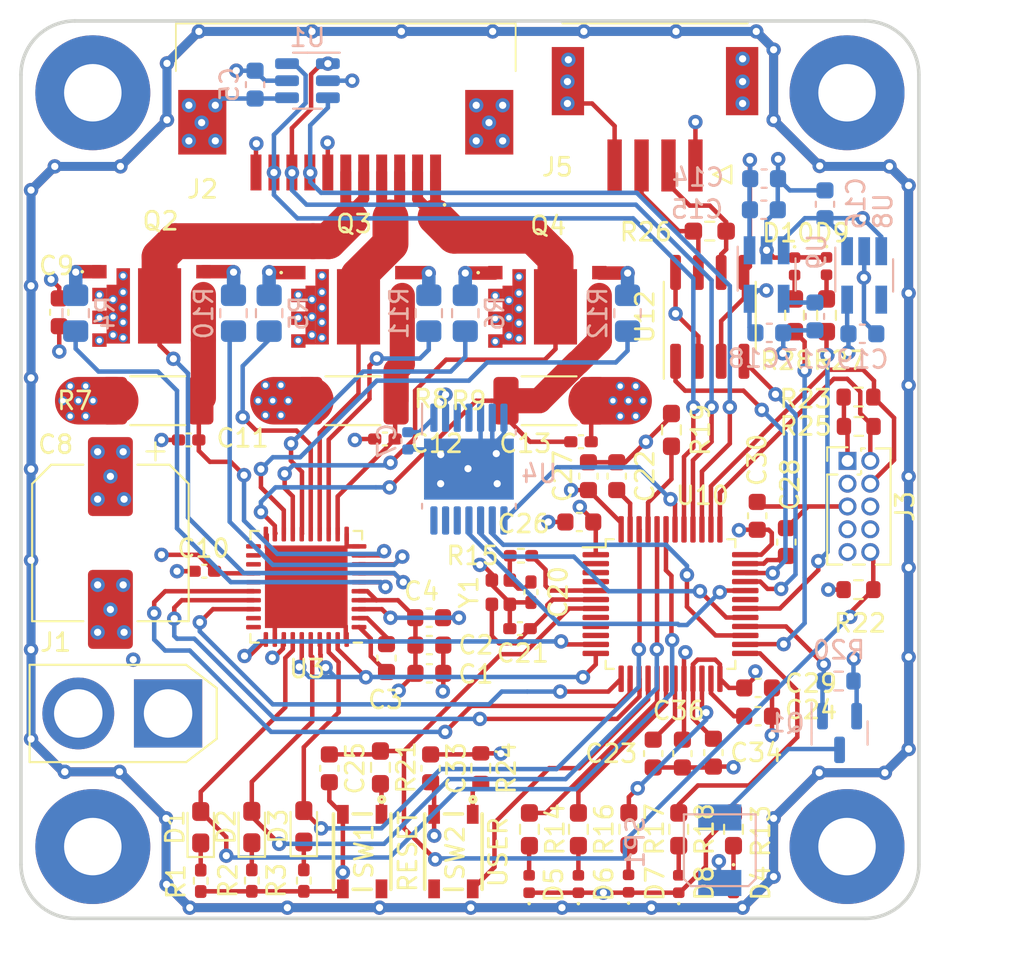
<source format=kicad_pcb>
(kicad_pcb (version 20211014) (generator pcbnew)
  (layers (0 "F.Cu" signal) (1 "In1.Cu" signal) (2 "In2.Cu" signal) (31 "B.Cu" signal) (34 "B.Paste" user) (35 "F.Paste" user) (36 "B.SilkS" user "B.Silkscreen") (37 "F.SilkS" user "F.Silkscreen") (38 "B.Mask" user) (39 "F.Mask" user) (44 "Edge.Cuts" user))
  (net 0 "")
  (net 1 "+BATT")
  (net 2 "GND")
  (net 3 "Net-(C3-Pad1)")
  (net 4 "Net-(C3-Pad2)")
  (net 5 "Net-(C4-Pad2)")
  (net 6 "+5V")
  (net 7 "+3.3VA")
  (net 8 "/drv8323/SLA")
  (net 9 "/drv8323/SLB")
  (net 10 "/drv8323/SLC")
  (net 11 "Net-(C7-Pad1)")
  (net 12 "+3.3V")
  (net 13 "Net-(C17-Pad1)")
  (net 14 "/stm32g431cb/OSC_OUT")
  (net 15 "Net-(C22-Pad1)")
  (net 16 "Net-(C23-Pad1)")
  (net 17 "/stm32g431cb/NRST")
  (net 18 "Net-(C24-Pad1)")
  (net 19 "Net-(D1-Pad1)")
  (net 20 "/drv8323/INHA")
  (net 21 "Net-(D2-Pad1)")
  (net 22 "/drv8323/INHB")
  (net 23 "Net-(D3-Pad1)")
  (net 24 "/drv8323/INHC")
  (net 25 "Net-(D4-Pad1)")
  (net 26 "Net-(D5-Pad2)")
  (net 27 "Net-(D6-Pad2)")
  (net 28 "Net-(D7-Pad2)")
  (net 29 "Net-(D8-Pad2)")
  (net 30 "Net-(D9-Pad2)")
  (net 31 "Net-(D10-Pad2)")
  (net 32 "/drv8323/HALL_W")
  (net 33 "/drv8323/HALL_U")
  (net 34 "/drv8323/HALL_V")
  (net 35 "/drv8323/SHA")
  (net 36 "/drv8323/SHB")
  (net 37 "/drv8323/SHC")
  (net 38 "/drv8323/SPI1_CLK")
  (net 39 "/drv8323/SPI1_MOSI")
  (net 40 "/drv8323/SPI1_MISO")
  (net 41 "/drv8323/SS_ENC")
  (net 42 "/stm32g431cb/SWDIO")
  (net 43 "/stm32g431cb/SWCLK")
  (net 44 "Net-(C28-Pad1)")
  (net 47 "/stm32g431cb/CAN_H")
  (net 48 "/stm32g431cb/CAN_L")
  (net 49 "/stm32g431cb/TIM15_SP")
  (net 50 "Net-(Q1-Pad3)")
  (net 51 "/drv8323/GHA")
  (net 52 "Net-(Q2-Pad8)")
  (net 53 "/drv8323/GHB")
  (net 54 "Net-(Q2-Pad1)")
  (net 55 "/drv8323/GHC")
  (net 56 "Net-(Q3-Pad8)")
  (net 57 "Net-(Q3-Pad1)")
  (net 58 "/drv8323/GLA")
  (net 59 "Net-(Q4-Pad8)")
  (net 60 "/drv8323/GLB")
  (net 61 "Net-(Q4-Pad1)")
  (net 62 "/drv8323/GLC")
  (net 63 "/stm32g431cb/LED1")
  (net 64 "/stm32g431cb/OSC_IN")
  (net 65 "/stm32g431cb/LED2")
  (net 66 "/stm32g431cb/LED3")
  (net 67 "/stm32g431cb/LED4")
  (net 68 "Net-(R21-Pad2)")
  (net 69 "Net-(R24-Pad2)")
  (net 70 "/stm32g431cb/LED_CAN_TX")
  (net 71 "/stm32g431cb/LED_CAN_RX")
  (net 72 "/stm32g431cb/SW1")
  (net 74 "/stm32g431cb/ADC1_3")
  (net 75 "/stm32g431cb/ADC1_2")
  (net 76 "/stm32g431cb/ADC1_1")
  (net 77 "/stm32g431cb/FAULTB")
  (net 78 "/stm32g431cb/SS_DRV")
  (net 79 "/stm32g431cb/DRV_ENABLE")
  (net 80 "/stm32g431cb/DRV_CAL")
  (net 81 "/stm32g431cb/INLX")
  (net 83 "/stm32g431cb/CAN_TX")
  (net 84 "/stm32g431cb/CAN_RX")
  (net 88 "Net-(R19-Pad1)")
  (net 93 "Net-(C20-Pad1)")
  (net 95 "/drv8323/SPI2_CLK")
  (net 96 "/drv8323/SPI2_MOSI")
  (net 97 "/drv8323/SPI2_MISO")
  (footprint "Capacitor_SMD:C_0603_1608Metric" (layer "F.Cu") (at 113.253 108.5596)
    (fp_text reference "C4")
    (fp_text value "1u")
  )
  (footprint "LED_SMD:LED_0402_1005Metric" (layer "F.Cu") (at 124.3584 123.3721 90)
    (fp_text reference "D7")
    (fp_text value "LED3")
  )
  (footprint "Capacitor_SMD:CP_Elec_8x10.5" (layer "F.Cu") (at 95.504 104.394 -90)
    (fp_text reference "C8")
    (fp_text value "150u")
  )
  (footprint "Resistor_SMD:R_2010_5025Metric_Pad1.40x2.65mm_HandSolder" (layer "F.Cu") (at 119.932 96.47038 180)
    (fp_text reference "R9")
    (fp_text value "5m")
  )
  (footprint "Package_QFP:LQFP-48_7x7mm_P0.5mm" (layer "F.Cu") (at 126.6952 107.7976)
    (fp_text reference "U10")
    (fp_text value "STM32G431CB")
  )
  (footprint "MountingHole:MountingHole_3.2mm_M3_Pad_TopBottom" (layer "F.Cu") (at 94.524 79.3104)
    (fp_text reference "H1" hide)
    (fp_text value "MountingHole")
  )
  (footprint "Capacitor_SMD:C_0603_1608Metric" (layer "F.Cu") (at 113.266 111.6584)
    (fp_text reference "C1")
    (fp_text value "4.7u")
  )
  (footprint "Capacitor_SMD:C_0402_1005Metric_Pad0.74x0.62mm_HandSolder" (layer "F.Cu") (at 121.71 98.75638)
    (fp_text reference "C13")
    (fp_text value "1n")
  )
  (footprint "Capacitor_SMD:C_0402_1005Metric_Pad0.74x0.62mm_HandSolder" (layer "F.Cu") (at 99.8597 98.6536 180)
    (fp_text reference "C11")
    (fp_text value "1n")
  )
  (footprint "bldc_lib:21322604YY" (layer "F.Cu") (at 125.8316 83.3628 180)
    (fp_text reference "J5")
    (fp_text value "Conn" hide)
  )
  (footprint "Capacitor_SMD:C_0603_1608Metric" (layer "F.Cu") (at 129.0828 116.078 -90)
    (fp_text reference "C34")
    (fp_text value "0.1u")
  )
  (footprint "Resistor_SMD:R_0402_1005Metric_Pad0.72x0.64mm_HandSolder" (layer "F.Cu") (at 118.364 105.1052 180)
    (fp_text reference "R15")
    (fp_text value "1k")
  )
  (footprint "Resistor_SMD:R_0603_1608Metric" (layer "F.Cu") (at 137.1754 97.9016)
    (fp_text reference "R25")
    (fp_text value "10k")
  )
  (footprint "Resistor_SMD:R_0603_1608Metric_Pad0.98x0.95mm_HandSolder" (layer "F.Cu") (at 135.382 91.7099 90)
    (fp_text reference "R27")
    (fp_text value "1k")
  )
  (footprint "Capacitor_SMD:C_0402_1005Metric_Pad0.74x0.62mm_HandSolder" (layer "F.Cu") (at 118.3132 109.1692 180)
    (fp_text reference "C21")
    (fp_text value "10p")
  )
  (footprint "bldc_lib:SKRPACE010" (layer "F.Cu") (at 109.5248 121.590885 -90)
    (fp_text reference "SW1")
    (fp_text value "RESET")
  )
  (footprint "bldc:XRCGB16M000FXN02R0" (layer "F.Cu") (at 117.2464 107.1372 -90)
    (fp_text reference "Y1")
    (fp_text value "XRCGB16M000FXN02R0")
  )
  (footprint "Resistor_SMD:R_0603_1608Metric_Pad0.98x0.95mm_HandSolder" (layer "F.Cu") (at 133.604 91.7099 90)
    (fp_text reference "R28")
    (fp_text value "1k")
  )
  (footprint "bldc_lib:1-84953-1" (layer "F.Cu") (at 108.6104 79.6036 180)
    (fp_text reference "J2")
    (fp_text value "1-84953-1" hide)
  )
  (footprint "Resistor_SMD:R_0402_1005Metric_Pad0.72x0.64mm_HandSolder" (layer "F.Cu") (at 106.2736 123.2059 -90)
    (fp_text reference "R3")
    (fp_text value "1k")
  )
  (footprint "Capacitor_SMD:C_0603_1608Metric" (layer "F.Cu") (at 131.572 112.4712)
    (fp_text reference "C29")
    (fp_text value "0.1u")
  )
  (footprint "Resistor_SMD:R_0603_1608Metric" (layer "F.Cu") (at 116.1288 116.9416 -90)
    (fp_text reference "R24")
    (fp_text value "10k")
  )
  (footprint "Connector_AMASS:AMASS_XT30U-F_1x02_P5.0mm_Vertical" (layer "F.Cu") (at 98.7152 113.8936 180)
    (fp_text reference "J1")
    (fp_text value "XT60PW-M")
  )
  (footprint "MountingHole:MountingHole_3.2mm_M3_Pad_TopBottom" (layer "F.Cu") (at 136.524 79.3104)
    (fp_text reference "H3" hide)
    (fp_text value "MountingHole")
  )
  (footprint "bldc_lib:HP8K24TB" (layer "F.Cu") (at 108.8644 91.2368 -90)
    (fp_text reference "Q3")
    (fp_text value "HP8K22TB" hide)
  )
  (footprint "Package_SO:SOIC-8_3.9x4.9mm_P1.27mm" (layer "F.Cu") (at 128.8796 91.7956 90)
    (fp_text reference "U12")
    (fp_text value "MCP2562-E-SN")
  )
  (footprint "LED_SMD:LED_0603_1608Metric_Pad1.05x0.95mm_HandSolder" (layer "F.Cu") (at 106.2736 120.1814 90)
    (fp_text reference "D3")
    (fp_text value "LED")
  )
  (footprint "Resistor_SMD:R_0603_1608Metric_Pad0.98x0.95mm_HandSolder" (layer "F.Cu") (at 126.746 98.0948 90)
    (fp_text reference "R19")
    (fp_text value "10k")
  )
  (footprint "Resistor_SMD:R_0603_1608Metric_Pad0.98x0.95mm_HandSolder" (layer "F.Cu") (at 128.8796 87.0204)
    (fp_text reference "R26")
    (fp_text value "120")
  )
  (footprint "Resistor_SMD:R_0603_1608Metric_Pad0.98x0.95mm_HandSolder" (layer "F.Cu") (at 130.2004 120.349 90)
    (fp_text reference "R13")
    (fp_text value "1k")
  )
  (footprint "Capacitor_SMD:C_0603_1608Metric" (layer "F.Cu") (at 127.3556 116.1288 -90)
    (fp_text reference "C36")
    (fp_text value "0.1u")
  )
  (footprint "Connector_PinHeader_1.27mm:PinHeader_2x05_P1.27mm_Vertical" (layer "F.Cu") (at 136.5504 99.822)
    (fp_text reference "J3")
    (fp_text value "Conn_ARM_JTAG_SWD_10")
  )
  (footprint "Resistor_SMD:R_0603_1608Metric" (layer "F.Cu") (at 137.16 96.266)
    (fp_text reference "R23")
    (fp_text value "10k")
  )
  (footprint "Capacitor_SMD:C_0603_1608Metric" (layer "F.Cu") (at 92.6548 91.5416 90)
    (fp_text reference "C9")
    (fp_text value "10u")
  )
  (footprint "Resistor_SMD:R_0603_1608Metric_Pad0.98x0.95mm_HandSolder" (layer "F.Cu") (at 110.5408 116.899485 -90)
    (fp_text reference "R21")
    (fp_text value "1k")
  )
  (footprint "Capacitor_SMD:C_0603_1608Metric" (layer "F.Cu") (at 131.5212 102.883 90)
    (fp_text reference "C30")
    (fp_text value "0.1u")
  )
  (footprint "Resistor_SMD:R_0603_1608Metric_Pad0.98x0.95mm_HandSolder" (layer "F.Cu") (at 124.3743 120.3471 -90)
    (fp_text reference "R17")
    (fp_text value "1k")
  )
  (footprint "Resistor_SMD:R_0603_1608Metric_Pad0.98x0.95mm_HandSolder" (layer "F.Cu") (at 127.1524 120.3471 -90)
    (fp_text reference "R18")
    (fp_text value "1k")
  )
  (footprint "LED_SMD:LED_0402_1005Metric" (layer "F.Cu") (at 121.5644 123.397 90)
    (fp_text reference "D6")
    (fp_text value "LED2")
  )
  (footprint "LED_SMD:LED_0402_1005Metric" (layer "F.Cu") (at 130.2004 123.4129 -90)
    (fp_text reference "D4")
    (fp_text value "LED")
  )
  (footprint "Resistor_SMD:R_0603_1608Metric" (layer "F.Cu") (at 137.16 106.9948)
    (fp_text reference "R22")
    (fp_text value "10k")
  )
  (footprint "LED_SMD:LED_0402_1005Metric" (layer "F.Cu") (at 127.1524 123.3951 90)
    (fp_text reference "D8")
    (fp_text value "LED4")
  )
  (footprint "bldc_lib:HP8K24TB" (layer "F.Cu") (at 119.8348 91.23798 -90)
    (fp_text reference "Q4")
    (fp_text value "HP8K22TB" hide)
  )
  (footprint "Capacitor_SMD:C_0402_1005Metric_Pad0.74x0.62mm_HandSolder" (layer "F.Cu") (at 118.9228 107.1372 -90)
    (fp_text reference "C20")
    (fp_text value "10p")
  )
  (footprint "Capacitor_SMD:C_0603_1608Metric" (layer "F.Cu") (at 133.1468 104.3432 90)
    (fp_text reference "C28")
    (fp_text value "2.2u")
  )
  (footprint "LED_SMD:LED_0603_1608Metric_Pad1.05x0.95mm_HandSolder" (layer "F.Cu") (at 103.378 120.2208 90)
    (fp_text reference "D2")
    (fp_text value "LED")
  )
  (footprint "Resistor_SMD:R_2010_5025Metric_Pad1.40x2.65mm_HandSolder" (layer "F.Cu") (at 109.0124 96.4692)
    (fp_text reference "R8")
    (fp_text value "5m")
  )
  (footprint "LED_SMD:LED_0402_1005Metric" (layer "F.Cu") (at 118.8212 123.397 90)
    (fp_text reference "D5")
    (fp_text value "LED1")
  )
  (footprint "Capacitor_SMD:C_0603_1608Metric" (layer "F.Cu") (at 113.266 110.0836)
    (fp_text reference "C2")
    (fp_text value "1u")
  )
  (footprint "MountingHole:MountingHole_3.2mm_M3_Pad_TopBottom" (layer "F.Cu") (at 136.524 121.3104)
    (fp_text reference "H4" hide)
    (fp_text value "MountingHole")
  )
  (footprint "Capacitor_SMD:C_0603_1608Metric" (layer "F.Cu") (at 107.696 116.950285 -90)
    (fp_text reference "C25")
    (fp_text value "0.1u")
  )
  (footprint "LED_SMD:LED_0603_1608Metric_Pad1.05x0.95mm_HandSolder" (layer "F.Cu") (at 100.5332 120.2322 90)
    (fp_text reference "D1")
    (fp_text value "LED")
  )
  (footprint "Capacitor_SMD:C_0603_1608Metric" (layer "F.Cu") (at 121.6152 103.2256 180)
    (fp_text reference "C26")
    (fp_text value "4.7u")
  )
  (footprint "Resistor_SMD:R_0402_1005Metric_Pad0.72x0.64mm_HandSolder" (layer "F.Cu") (at 103.378 123.2059 -90)
    (fp_text reference "R2")
    (fp_text value "1k")
  )
  (footprint "Capacitor_SMD:C_0603_1608Metric" (layer "F.Cu") (at 123.698 100.6726 90)
    (fp_text reference "C22")
    (fp_text value "2.2u")
  )
  (footprint "Capacitor_SMD:C_0603_1608Metric" (layer "F.Cu") (at 125.73 116.1288 -90)
    (fp_text reference "C23")
    (fp_text value "2.2u")
  )
  (footprint "Capacitor_SMD:C_0603_1608Metric" (layer "F.Cu") (at 110.8784 110.8078 90)
    (fp_text reference "C3")
    (fp_text value "0.047u")
  )
  (footprint "bldc_lib:SKRPACE010" (layer "F.Cu") (at 114.6048 121.590885 -90)
    (fp_text reference "SW2")
    (fp_text value "USER")
  )
  (footprint "Capacitor_SMD:C_0603_1608Metric" (layer "F.Cu") (at 122.1232 100.6726 90)
    (fp_text reference "C27")
    (fp_text value "0.1u")
  )
  (footprint "Resistor_SMD:R_2010_5025Metric_Pad1.40x2.65mm_HandSolder" (layer "F.Cu") (at 98.1412 96.4692)
    (fp_text reference "R7")
    (fp_text value "5m")
  )
  (footprint "Capacitor_SMD:C_0402_1005Metric_Pad0.74x0.62mm_HandSolder" (layer "F.Cu") (at 110.7904 98.6028 180)
    (fp_text reference "C12")
    (fp_text value "1n")
  )
  (footprint "MountingHole:MountingHole_3.2mm_M3_Pad_TopBottom" (layer "F.Cu") (at 94.524 121.3104)
    (fp_text reference "H2" hide)
    (fp_text value "MountingHole")
  )
  (footprint "Resistor_SMD:R_0603_1608Metric_Pad0.98x0.95mm_HandSolder" (layer "F.Cu") (at 121.5644 120.349 -90)
    (fp_text reference "R16")
    (fp_text value "1k")
  )
  (footprint "Package_DFN_QFN:QFN-40-1EP_6x6mm_P0.5mm_EP4.6x4.6mm" (layer "F.Cu") (at 106.4098 106.8346 180)
    (fp_text reference "U3")
    (fp_text value "DRV8323S")
  )
  (footprint "bldc_lib:HP8K24TB" (layer "F.Cu") (at 97.7878 91.186 -90)
    (fp_text reference "Q2")
    (fp_text value "HP8K22TB" hide)
  )
  (footprint "LED_SMD:LED_0402_1005Metric" (layer "F.Cu") (at 135.382 88.9667 -90)
    (fp_text reference "D9")
    (fp_text value "LED5")
  )
  (footprint "LED_SMD:LED_0402_1005Metric" (layer "F.Cu") (at 133.604 88.9826 -90)
    (fp_text reference "D10")
    (fp_text value "LED6")
  )
  (footprint "Resistor_SMD:R_0603_1608Metric_Pad0.98x0.95mm_HandSolder" (layer "F.Cu") (at 118.8371 120.349 -90)
    (fp_text reference "R14")
    (fp_text value "1k")
  )
  (footprint "Capacitor_SMD:C_0603_1608Metric" (layer "F.Cu") (at 131.572 114.046)
    (fp_text reference "C24")
    (fp_text value "2.2u")
  )
  (footprint "Capacitor_SMD:C_0603_1608Metric" (layer "F.Cu") (at 113.3348 116.950285 -90)
    (fp_text reference "C33")
    (fp_text value "0.1u")
  )
  (footprint "Resistor_SMD:R_0402_1005Metric_Pad0.72x0.64mm_HandSolder" (layer "F.Cu") (at 100.5332 123.2173 -90)
    (fp_text reference "R1")
    (fp_text value "1k")
  )
  (footprint "Capacitor_SMD:C_0402_1005Metric_Pad0.74x0.62mm_HandSolder" (layer "F.Cu") (at 100.7364 105.9688 180)
    (fp_text reference "C10")
    (fp_text value "0.1u")
  )
  (footprint "Resistor_SMD:R_0805_2012Metric_Pad1.20x1.40mm_HandSolder" (layer "B.Cu") (at 93.5692 91.5924 90)
    (fp_text reference "R4")
    (fp_text value "0")
  )
  (footprint "Capacitor_SMD:C_0603_1608Metric" (layer "B.Cu") (at 135.2956 85.5256 90)
    (fp_text reference "C16")
    (fp_text value "1u")
  )
  (footprint "Capacitor_SMD:C_0603_1608Metric" (layer "B.Cu") (at 131.892 85.8304)
    (fp_text reference "C15")
    (fp_text value "1u")
  )
  (footprint "Resistor_SMD:R_0805_2012Metric_Pad1.20x1.40mm_HandSolder" (layer "B.Cu") (at 124.3008 91.59358 -90)
    (fp_text reference "R12")
    (fp_text value "0")
  )
  (footprint "omni:STM0440-T-R" (layer "B.Cu") (at 133.8326 121.3424 90)
    (fp_text reference "SP1")
    (fp_text value "SMT-0440")
  )
  (footprint "Capacitor_SMD:C_0603_1608Metric" (layer "B.Cu") (at 132.1968 92.6884)
    (fp_text reference "C18")
    (fp_text value "1u")
  )
  (footprint "Resistor_SMD:R_0805_2012Metric_Pad1.20x1.40mm_HandSolder" (layer "B.Cu") (at 104.3432 91.5924 90)
    (fp_text reference "R5")
    (fp_text value "0")
  )
  (footprint "Resistor_SMD:R_0805_2012Metric_Pad1.20x1.40mm_HandSolder" (layer "B.Cu") (at 115.2652 91.5924 90)
    (fp_text reference "R6")
    (fp_text value "0")
  )
  (footprint "Resistor_SMD:R_0805_2012Metric_Pad1.20x1.40mm_HandSolder" (layer "B.Cu") (at 102.3576 91.5924 -90)
    (fp_text reference "R10")
    (fp_text value "0")
  )
  (footprint "Package_SO:HTSSOP-14-1EP_4.4x5mm_P0.65mm_EP3.4x5mm_Mask3x3.1mm" (layer "B.Cu") (at 115.4684 100.2792 -90)
    (fp_text reference "U4")
    (fp_text value "a1333")
  )
  (footprint "Package_TO_SOT_SMD:SOT-23-6" (layer "B.Cu") (at 106.4768 78.6384 180)
    (fp_text reference "U1")
    (fp_text value "USBLC6-4SC6")
  )
  (footprint "Capacitor_SMD:C_0603_1608Metric" (layer "B.Cu") (at 134.7368 91.774 -90)
    (fp_text reference "C17")
    (fp_text value "0.01u")
  )
  (footprint "Package_TO_SOT_SMD:SOT-23-5_HandSoldering" (layer "B.Cu") (at 137.48 89.488 -90)
    (fp_text reference "U8")
    (fp_text value "ADP151AUJZ-3.3-R7")
  )
  (footprint "Resistor_SMD:R_0805_2012Metric_Pad1.20x1.40mm_HandSolder" (layer "B.Cu") (at 113.2332 91.5924 -90)
    (fp_text reference "R11")
    (fp_text value "0")
  )
  (footprint "Package_TO_SOT_SMD:SOT-23-5_HandSoldering" (layer "B.Cu") (at 132.0444 89.4372 -90)
    (fp_text reference "U9")
    (fp_text value "NJM12877F33-TE1")
  )
  (footprint "Capacitor_SMD:C_0603_1608Metric" (layer "B.Cu") (at 103.5596 78.8572 -90)
    (fp_text reference "C5")
    (fp_text value "0.1u")
  )
  (footprint "Package_TO_SOT_SMD:SOT-23" (layer "B.Cu") (at 136.1084 114.9835 -90)
    (fp_text reference "Q1")
    (fp_text value "BSS138")
  )
  (footprint "Capacitor_SMD:C_0603_1608Metric" (layer "B.Cu") (at 137.3784 92.7392)
    (fp_text reference "C19")
    (fp_text value "1u")
  )
  (footprint "Resistor_SMD:R_0603_1608Metric" (layer "B.Cu") (at 136.0576 112.0879)
    (fp_text reference "R20")
    (fp_text value "100k")
  )
  (footprint "Capacitor_SMD:C_0402_1005Metric" (layer "B.Cu") (at 112.0648 98.7044 -90)
    (fp_text reference "C7")
    (fp_text value "0.1u")
  )
  (footprint "Capacitor_SMD:C_0603_1608Metric" (layer "B.Cu") (at 131.9061 84.0956)
    (fp_text reference "C14")
    (fp_text value "0.01u")
  )
  (gr_arc (start 90.524 78.3104) (mid 91.40268 76.18908) (end 93.524 75.3104) (layer "Edge.Cuts") (width 0.2))
  (gr_line (start 90.524 78.3104) (end 90.524 122.3104) (layer "Edge.Cuts") (width 0.2))
  (gr_arc (start 137.524 75.3104) (mid 139.64532 76.18908) (end 140.524 78.3104) (layer "Edge.Cuts") (width 0.2))
  (gr_line (start 93.524 125.3104) (end 137.524 125.3104) (layer "Edge.Cuts") (width 0.2))
  (gr_line (start 140.524 122.3104) (end 140.524 78.3104) (layer "Edge.Cuts") (width 0.2))
  (gr_line (start 137.524 75.3104) (end 93.524 75.3104) (layer "Edge.Cuts") (width 0.2))
  (gr_arc (start 140.524 122.3104) (mid 139.64532 124.43172) (end 137.524 125.3104) (layer "Edge.Cuts") (width 0.2))
  (gr_arc (start 93.524 125.3104) (mid 91.40268 124.43172) (end 90.524 122.3104) (layer "Edge.Cuts") (width 0.2))
  (segment (start 109.3473 107.0846) (end 109.8164 107.0846) (width 0.25) (layer "F.Cu") (net 1))
  (segment (start 112.491 111.6584) (end 112.491 108.5726) (width 0.25) (layer "F.Cu") (net 1))
  (segment (start 92.6548 93.7216) (end 92.6592 93.726) (width 0.25) (layer "F.Cu") (net 1))
  (segment (start 112.491 108.5726) (end 112.478 108.5596) (width 0.25) (layer "F.Cu") (net 1))
  (segment (start 92.6548 92.3166) (end 92.6548 93.7216) (width 0.25) (layer "F.Cu") (net 1))
  (segment (start 109.8164 107.0846) (end 110.3164 107.5846) (width 0.25) (layer "F.Cu") (net 1))
  (segment (start 111.516 107.5846) (end 110.3164 107.5846) (width 0.25) (layer "F.Cu") (net 1))
  (segment (start 112.478 108.5596) (end 112.478 108.5466) (width 0.25) (layer "F.Cu") (net 1))
  (segment (start 112.478 108.5466) (end 111.516 107.5846) (width 0.25) (layer "F.Cu") (net 1))
  (segment (start 111.5568 112.6236) (end 111.5568 112.5926) (width 0.25) (layer "F.Cu") (net 1))
  (segment (start 111.5568 112.5926) (end 112.491 111.6584) (width 0.25) (layer "F.Cu") (net 1))
  (segment (start 110.3164 107.5846) (end 109.3473 107.5846) (width 0.25) (layer "F.Cu") (net 1))
  (via (at 107.2852 89.5096) (size 0.508) (drill 0.3) (layers "F.Cu" "B.Cu") (net 1))
  (via (at 107.2852 90.424) (size 0.508) (drill 0.3) (layers "F.Cu" "B.Cu") (net 1))
  (via (at 105.9644 91.8464) (size 0.508) (drill 0.3) (layers "F.Cu" "B.Cu") (net 1))
  (via (at 116.9348 91.89838) (size 0.508) (drill 0.3) (layers "F.Cu" "B.Cu") (net 1))
  (via (at 118.2556 91.33958) (size 0.508) (drill 0.3) (layers "F.Cu" "B.Cu") (net 1))
  (via (at 106.7264 90.8304) (size 0.508) (drill 0.3) (layers "F.Cu" "B.Cu") (net 1))
  (via (at 117.6968 91.84758) (size 0.508) (drill 0.3) (layers "F.Cu" "B.Cu") (net 1))
  (via (at 105.9644 93.1164) (size 0.508) (drill 0.3) (layers "F.Cu" "B.Cu") (net 1))
  (via (at 111.5568 112.6236) (size 0.8) (drill 0.4) (layers "F.Cu" "B.Cu") (net 1))
  (via (at 96.2108 89.5096) (size 0.508) (drill 0.3) (layers "F.Cu" "B.Cu") (net 1))
  (via (at 118.2556 93.01598) (size 0.508) (drill 0.3) (layers "F.Cu" "B.Cu") (net 1))
  (via (at 116.9348 93.16838) (size 0.508) (drill 0.3) (layers "F.Cu" "B.Cu") (net 1))
  (via (at 94.7928 99.314) (size 0.8) (drill 0.4) (layers "F.Cu" "B.Cu") (net 1))
  (via (at 118.2556 89.56158) (size 0.508) (drill 0.3) (layers "F.Cu" "B.Cu") (net 1))
  (via (at 96.2108 90.424) (size 0.508) (drill 0.3) (layers "F.Cu" "B.Cu") (net 1))
  (via (at 106.7264 91.7956) (size 0.508) (drill 0.3) (layers "F.Cu" "B.Cu") (net 1))
  (via (at 95.652 90.8304) (size 0.508) (drill 0.3) (layers "F.Cu" "B.Cu") (net 1))
  (via (at 94.89 90.5764) (size 0.508) (drill 0.3) (layers "F.Cu" "B.Cu") (net 1))
  (via (at 94.7928 101.9556) (size 0.8) (drill 0.4) (layers "F.Cu" "B.Cu") (net 1))
  (via (at 96.2108 92.1004) (size 0.508) (drill 0.3) (layers "F.Cu" "B.Cu") (net 1))
  (via (at 107.2852 92.1004) (size 0.508) (drill 0.3) (layers "F.Cu" "B.Cu") (net 1))
  (via (at 96.774 110.8964) (size 0.8) (drill 0.4) (layers "F.Cu" "B.Cu") (net 1))
  (via (at 107.2852 91.2876) (size 0.508) (drill 0.3) (layers "F.Cu" "B.Cu") (net 1))
  (via (at 106.7264 92.8116) (size 0.508) (drill 0.3) (layers "F.Cu" "B.Cu") (net 1))
  (via (at 94.89 91.8464) (size 0.508) (drill 0.3) (layers "F.Cu" "B.Cu") (net 1))
  (via (at 118.2556 90.47598) (size 0.508) (drill 0.3) (layers "F.Cu" "B.Cu") (net 1))
  (via (at 96.2108 92.964) (size 0.508) (drill 0.3) (layers "F.Cu" "B.Cu") (net 1))
  (via (at 118.2556 92.15238) (size 0.508) (drill 0.3) (layers "F.Cu" "B.Cu") (net 1))
  (via (at 96.2108 91.2876) (size 0.508) (drill 0.3) (layers "F.Cu" "B.Cu") (net 1))
  (via (at 94.89 93.1164) (size 0.508) (drill 0.3) (layers "F.Cu" "B.Cu") (net 1))
  (via (at 95.652 92.8116) (size 0.508) (drill 0.3) (layers "F.Cu" "B.Cu") (net 1))
  (via (at 105.9644 90.5764) (size 0.508) (drill 0.3) (layers "F.Cu" "B.Cu") (net 1))
  (via (at 116.9348 90.62838) (size 0.508) (drill 0.3) (layers "F.Cu" "B.Cu") (net 1))
  (via (at 95.652 91.7956) (size 0.508) (drill 0.3) (layers "F.Cu" "B.Cu") (net 1))
  (via (at 107.2852 92.964) (size 0.508) (drill 0.3) (layers "F.Cu" "B.Cu") (net 1))
  (via (at 117.6968 92.86358) (size 0.508) (drill 0.3) (layers "F.Cu" "B.Cu") (net 1))
  (via (at 96.266 101.9556) (size 0.8) (drill 0.4) (layers "F.Cu" "B.Cu") (net 1))
  (via (at 117.6968 90.88238) (size 0.508) (drill 0.3) (layers "F.Cu" "B.Cu") (net 1))
  (via (at 92.6592 93.726) (size 0.8) (drill 0.4) (layers "F.Cu" "B.Cu") (net 1))
  (via (at 96.2152 99.314) (size 0.8) (drill 0.4) (layers "F.Cu" "B.Cu") (net 1))
  (via (at 95.504 100.6856) (size 0.8) (drill 0.4) (layers "F.Cu" "B.Cu") (net 1))
  (segment (start 103.378 123.8034) (end 100.5446 123.8034) (width 0.25) (layer "F.Cu") (net 2))
  (segment (start 132.4356 76.8604) (end 131.4704 75.8952) (width 0.5) (layer "F.Cu") (net 2))
  (segment (start 116.7464 106.4622) (end 116.7464 106.730093) (width 0.25) (layer "F.Cu") (net 2))
  (segment (start 117.7464 107.8122) (end 117.7464 109.1685) (width 0.25) (layer "F.Cu") (net 2))
  (segment (start 131.5212 102.108) (end 131.7752 102.362) (width 0.25) (layer "F.Cu") (net 2))
  (segment (start 122.332 96.47038) (end 124.332 96.47038) (width 2.65) (layer "F.Cu") (net 2))
  (segment (start 113.5298 117.920285) (end 113.3348 117.725285) (width 0.25) (layer "F.Cu") (net 2))
  (segment (start 116.2304 105.6132) (end 116.078 105.6132) (width 0.25) (layer "F.Cu") (net 2))
  (segment (start 135.382 88.4817) (end 133.6199 88.4817) (width 0.25) (layer "F.Cu") (net 2))
  (segment (start 134.9756 117.1956) (end 138.6332 117.1956) (width 0.5) (layer "F.Cu") (net 2))
  (segment (start 108.6598 109.7721) (end 108.6098 109.7221) (width 0.25) (layer "F.Cu") (net 2))
  (segment (start 116.7892 75.8952) (end 111.7092 75.8952) (width 0.5) (layer "F.Cu") (net 2))
  (segment (start 121.8692 75.8952) (end 116.7892 75.8952) (width 0.5) (layer "F.Cu") (net 2))
  (segment (start 132.4356 76.9112) (end 132.4356 80.8228) (width 0.5) (layer "F.Cu") (net 2))
  (segment (start 117.7464 109.1685) (end 117.7457 109.1692) (width 0.25) (layer "F.Cu") (net 2))
  (segment (start 116.7464 106.4622) (end 116.7464 106.1292) (width 0.25) (layer "F.Cu") (net 2))
  (segment (start 95.7412 96.4692) (end 93.7412 96.4692) (width 2.65) (layer "F.Cu") (net 2))
  (segment (start 99.9236 124.714) (end 98.6028 123.393202) (width 0.5) (layer "F.Cu") (net 2))
  (segment (start 98.6028 119.7356) (end 98.6028 123.393202) (width 0.5) (layer "F.Cu") (net 2))
  (segment (start 127.1524 123.8801) (end 127.206298 123.8801) (width 0.25) (layer "F.Cu") (net 2))
  (segment (start 132.4356 122.9868) (end 130.708402 124.714) (width 0.5) (layer "F.Cu") (net 2))
  (segment (start 104.2098 104.6346) (end 106.4098 106.8346) (width 0.25) (layer "F.Cu") (net 2))
  (segment (start 99.2922 98.6536) (end 98.3488 98.6536) (width 0.25) (layer "F.Cu") (net 2))
  (segment (start 108.312285 123.8034) (end 108.4498 123.665885) (width 0.25) (layer "F.Cu") (net 2))
  (segment (start 118.8231 123.8801) (end 118.8212 123.882) (width 0.25) (layer "F.Cu") (net 2))
  (segment (start 125.6284 124.714) (end 130.708402 124.714) (width 0.5) (layer "F.Cu") (net 2))
  (segment (start 133.1468 103.5682) (end 134.353 102.362) (width 0.25) (layer "F.Cu") (net 2))
  (segment (start 123.698 99.8976) (end 122.1232 99.8976) (width 0.25) (layer "F.Cu") (net 2))
  (segment (start 123.698 99.8976) (end 124.1812 99.8976) (width 0.25) (layer "F.Cu") (net 2))
  (segment (start 129.032 116.9038) (end 129.0828 116.853) (width 0.25) (layer "F.Cu") (net 2))
  (segment (start 98.6536 77.6732) (end 100.431598 75.8952) (width 0.5) (layer "F.Cu") (net 2))
  (segment (start 130.1626 116.853) (end 130.2004 116.8908) (width 0.25) (layer "F.Cu") (net 2))
  (segment (start 117.8539 107.7047) (end 117.7464 107.8122) (width 0.25) (layer "F.Cu") (net 2))
  (segment (start 132.4356 80.8228) (end 135.001 83.3882) (width 0.5) (layer "F.Cu") (net 2))
  (segment (start 120.8402 103.2256) (end 119.888 103.2256) (width 0.25) (layer "F.Cu") (net 2))
  (segment (start 132.347 114.046) (end 132.347 112.4712) (width 0.25) (layer "F.Cu") (net 2))
  (segment (start 92.8624 117.1448) (end 96.012 117.1448) (width 0.5) (layer "F.Cu") (net 2))
  (segment (start 139.954 105.7656) (end 139.954 110.744) (width 0.5) (layer "F.Cu") (net 2))
  (segment (start 92.6548 90.1656) (end 92.202 89.7128) (width 0.25) (layer "F.Cu") (net 2))
  (segment (start 132.347 114.046) (end 132.347 115.0998) (width 0.25) (layer "F.Cu") (net 2))
  (segment (start 123.5816 81.1636) (end 122.3264 79.9084) (width 0.25) (layer "F.Cu") (net 2))
  (segment (start 113.5298 119.515885) (end 113.5298 120.6926) (width 0.25) (layer "F.Cu") (net 2))
  (segment (start 107.696 117.725285) (end 107.696 118.762085) (width 0.25) (layer "F.Cu") (net 2))
  (segment (start 128.2446 94.647351) (end 128.2446 94.2706) (width 0.25) (layer "F.Cu") (net 2))
  (segment (start 125.73 116.9038) (end 129.032 116.9038) (width 0.25) (layer "F.Cu") (net 2))
  (segment (start 108.6098 109.7221) (end 108.6098 109.0346) (width 0.25) (layer "F.Cu") (net 2))
  (segment (start 134.353 102.362) (end 136.5504 102.362) (width 0.25) (layer "F.Cu") (net 2))
  (segment (start 139.954 110.744) (end 139.954 115.8748) (width 0.5) (layer "F.Cu") (net 2))
  (segment (start 110.2229 98.6028) (end 109.1692 98.6028) (width 0.25) (layer "F.Cu") (net 2))
  (segment (start 109.3473 104.5846) (end 108.6598 104.5846) (width 0.25) (layer "F.Cu") (net 2))
  (segment (start 104.1598 103.8971) (end 104.2098 103.9471) (width 0.25) (layer "F.Cu") (net 2))
  (segment (start 132.4356 119.7356) (end 134.9756 117.1956) (width 0.5) (layer "F.Cu") (net 2))
  (segment (start 106.2736 123.8034) (end 103.378 123.8034) (width 0.25) (layer "F.Cu") (net 2))
  (segment (start 135.001 83.3882) (end 135.0264 83.4136) (width 0.5) (layer "F.Cu") (net 2))
  (segment (start 111.7092 75.8952) (end 100.431598 75.8952) (width 0.5) (layer "F.Cu") (net 2))
  (segment (start 114.041 111.6584) (end 114.041 110.0836) (width 0.25) (layer "F.Cu") (net 2))
  (segment (start 131.7752 102.362) (end 136.5504 102.362) (width 0.25) (layer "F.Cu") (net 2))
  (segment (start 106.422515 123.654485) (end 106.2736 123.8034) (width 0.25) (layer "F.Cu") (net 2))
  (segment (start 116.7464 106.730093) (end 117.7464 107.730093) (width 0.25) (layer "F.Cu") (net 2))
  (segment (start 128.6631 120.9738) (end 130.2004 119.4365) (width 0.25) (layer "F.Cu") (net 2))
  (segment (start 100.5446 123.8034) (end 100.5332 123.8148) (width 0.25) (layer "F.Cu") (net 2))
  (segment (start 132.4548 88.4976) (end 132.0444 88.0872) (width 0.25) (layer "F.Cu") (net 2))
  (segment (start 138.6332 117.1956) (end 139.954 115.8748) (width 0.5) (layer "F.Cu") (net 2))
  (segment (start 99.9236 124.714) (end 105.3592 124.714) (width 0.5) (layer "F.Cu") (net 2))
  (segment (start 118.9228 107.7047) (end 117.8539 107.7047) (width 0.25) (layer "F.Cu") (net 2))
  (segment (start 96.012 117.1448) (end 98.6028 119.7356) (width 0.5) (layer "F.Cu") (net 2))
  (segment (start 128.2446 92.8878) (end 126.9746 91.6178) (width 0.25) (layer "F.Cu") (net 2))
  (segment (start 98.6536 77.6732) (end 98.6536 80.822802) (width 0.5) (layer "F.Cu") (net 2))
  (segment (start 109.1692 98.6028) (end 109.1184 98.6536) (width 0.25) (layer "F.Cu") (net 2))
  (segment (start 132.347 115.0998) (end 132.334 115.1128) (width 0.25) (layer "F.Cu") (net 2))
  (segment (start 127.206298 123.8801) (end 128.6631 122.423298) (width 0.25) (layer "F.Cu") (net 2))
  (segment (start 113.5298 120.6926) (end 113.538 120.7008) (width 0.25) (layer "F.Cu") (net 2))
  (segment (start 96.0628 83.4136) (end 98.6536 80.822802) (width 0.5) (layer "F.Cu") (net 2))
  (segment (start 135.0264 83.4136) (end 135.026402 83.4136) (width 0.25) (layer "F.Cu") (net 2))
  (segment (start 107.696 118.762085) (end 108.4498 119.515885) (width 0.25) (layer "F.Cu") (net 2))
  (segment (start 131.4704 75.8952) (end 121.8692 75.8952) (width 0.5) (layer "F.Cu") (net 2))
  (segment (start 133.604 88.4976) (end 132.4548 88.4976) (width 0.25) (layer "F.Cu") (net 2))
  (segment (start 91.0844 84.7344) (end 92.405198 83.4136) (width 0.5) (layer "F.Cu") (net 2))
  (segment (start 129.0828 116.853) (end 130.1626 116.853) (width 0.25) (layer "F.Cu") (net 2))
  (segment (start 106.2736 123.8034) (end 108.312285 123.8034) (width 0.25) (layer "F.Cu") (net 2))
  (segment (start 113.5298 119.515885) (end 113.5298 117.920285) (width 0.25) (layer "F.Cu") (net 2))
  (segment (start 139.954 95.6056) (end 139.954 100.6856) (width 0.5) (layer "F.Cu") (net 2))
  (segment (start 108.4498 123.665885) (end 108.4498 122.741) (width 0.25) (layer "F.Cu") (net 2))
  (segment (start 107.6104 82.1088) (end 107.5944 82.0928) (width 0.25) (layer "F.Cu") (net 2))
  (segment (start 114.041 112.6351) (end 114.015 112.6611) (width 0.25) (layer "F.Cu") (net 2))
  (segment (start 106.6124 96.4692) (end 104.6124 96.4692) (width 2.65) (layer "F.Cu") (net 2))
  (segment (start 127.1524 123.8801) (end 122.9571 123.8801) (width 0.25) (layer "F.Cu") (net 2))
  (segment (start 133.6199 88.4817) (end 133.604 88.4976) (width 0.25) (layer "F.Cu") (net 2))
  (segment (start 100.1689 105.9688) (end 99.2124 105.9688) (width 0.25) (layer "F.Cu") (net 2))
  (segment (start 92.8624 117.1448) (end 91.0844 115.366802) (width 0.5) (layer "F.Cu") (net 2))
  (segment (start 139.954 100.6856) (end 139.954 105.7656) (width 0.5) (layer "F.Cu") (net 2))
  (segment (start 122.2775 96.52488) (end 122.332 96.47038) (width 0.25) (layer "F.Cu") (net 2))
  (segment (start 107.6104 83.7536) (end 107.6104 82.1088) (width 0.25) (layer "F.Cu") (net 2))
  (segment (start 139.954 84.4804) (end 139.954 90.4748) (width 0.5) (layer "F.Cu") (net 2))
  (segment (start 138.8872 83.4136) (end 139.954 84.4804) (width 0.5) (layer "F.Cu") (net 2))
  (segment (start 91.0844 84.7344) (end 91.0844 115.366802) (width 0.5) (layer "F.Cu") (net 2))
  (segment (start 104.2098 103.9471) (end 104.2098 104.6346) (width 0.25) (layer "F.Cu") (net 2))
  (segment (start 108.6598 104.5846) (end 106.4098 106.8346) (width 0.25) (layer "F.Cu") (net 2))
  (segment (start 108.4498 119.515885) (end 108.4498 122.741) (width 0.25) (layer "F.Cu") (net 2))
  (segment (start 117.7464 107.730093) (end 117.7464 107.8122) (width 0.25) (layer "F.Cu") (net 2))
  (segment (start 139.954 90.4748) (end 139.954 95.6056) (width 0.5) (layer "F.Cu") (net 2))
  (segment (start 105.3592 124.714) (end 120.65 124.714) (width 0.5) (layer "F.Cu") (net 2))
  (segment (start 108.6598 103.8971) (end 108.6598 104.5846) (width 0.25) (layer "F.Cu") (net 2))
  (segment (start 138.8872 83.4136) (end 135.026402 83.4136) (width 0.5) (layer "F.Cu") (net 2))
  (segment (start 108.6098 109.0346) (end 106.4098 106.8346) (width 0.25) (layer "F.Cu") (net 2))
  (segment (start 106.2622 123.8148) (end 106.2736 123.8034) (width 0.25) (layer "F.Cu") (net 2))
  (segment (start 104.6598 108.5846) (end 106.4098 106.8346) (width 0.25) (layer "F.Cu") (net 2))
  (segment (start 116.7464 106.1292) (end 116.2304 105.6132) (width 0.25) (layer "F.Cu") (net 2))
  (segment (start 128.6631 122.423298) (end 128.6631 120.9738) (width 0.25) (layer "F.Cu") (net 2))
  (segment (start 92.6548 90.7666) (end 92.6548 90.1656) (width 0.25) (layer "F.Cu") (net 2))
  (segment (start 126.746 97.1823) (end 126.746 97.3328) (width 0.25) (layer "F.Cu") (net 2))
  (segment (start 123.5816 83.3628) (end 123.5816 81.1636) (width 0.25) (layer "F.Cu") (net 2))
  (segment (start 122.2775 98.75638) (end 122.2775 96.52488) (width 0.25) (layer "F.Cu") (net 2))
  (segment (start 104.6598 109.7721) (end 104.6598 108.5846) (width 0.25) (layer "F.Cu") (net 2))
  (segment (start 96.0628 83.4136) (end 92.405198 83.4136) (width 0.5) (layer "F.Cu") (net 2))
  (segment (start 114.041 111.6584) (end 114.041 112.6351) (width 0.25) (layer "F.Cu") (net 2))
  (segment (start 126.9746 91.6178) (end 126.9746 89.3206) (width 0.25) (layer "F.Cu") (net 2))
  (segment (start 124.1812 99.8976) (end 125.3236 98.7552) (width 0.25) (layer "F.Cu") (net 2))
  (segment (start 132.4356 76.8604) (end 132.4356 76.9112) (width 0.5) (layer "F.Cu") (net 2))
  (segment (start 122.9571 123.8801) (end 118.8231 123.8801) (width 0.25) (layer "F.Cu") (net 2))
  (segment (start 122.3264 79.9084) (end 120.9548 79.9084) (width 0.25) (layer "F.Cu") (net 2))
  (segment (start 128.2446 94.2706) (end 128.2446 92.8878) (width 0.25) (layer "F.Cu") (net 2))
  (segment (start 120.65 124.714) (end 125.6284 124.714) (width 0.5) (layer "F.Cu") (net 2))
  (segment (start 132.4356 122.9868) (end 132.4356 119.7356) (width 0.5) (layer "F.Cu") (net 2))
  (segment (start 126.746 97.3328) (end 125.3236 98.7552) (width 0.25) (layer "F.Cu") (net 2))
  (via (at 116.078 105.6132) (size 0.8) (drill 0.4) (layers "F.Cu" "B.Cu") (net 2))
  (via (at 91.0844 84.7344) (size 0.8) (drill 0.4) (layers "F.Cu" "B.Cu") (net 2))
  (via (at 139.954 90.4748) (size 0.8) (drill 0.4) (layers "F.Cu" "B.Cu") (net 2))
  (via (at 125.6284 124.714) (size 0.8) (drill 0.4) (layers "F.Cu" "B.Cu") (net 2))
  (via (at 130.7084 78.6892) (size 0.8) (drill 0.4) (layers "F.Cu" "B.Cu") (net 2))
  (via (at 98.3488 98.6536) (size 0.8) (drill 0.4) (layers "F.Cu" "B.Cu") (net 2))
  (via (at 94.7928 106.7308) (size 0.8) (drill 0.4) (layers "F.Cu" "B.Cu") (net 2))
  (via (at 92.964 117.1448) (size 0.8) (drill 0.4) (layers "F.Cu" "B.Cu") (net 2))
  (via (at 138.8872 83.4136) (size 0.8) (drill 0.4) (layers "F.Cu" "B.Cu") (net 2))
  (via (at 104.9992 95.6056) (size 0.508) (drill 0.3) (layers "F.Cu" "B.Cu") (net 2))
  (via (at 130.2004 116.8908) (size 0.8) (drill 0.4) (layers "F.Cu" "B.Cu") (net 2))
  (via (at 94.7928 109.3724) (size 0.8) (drill 0.4) (layers "F.Cu" "B.Cu") (net 2))
  (via (at 95.504 108.1024) (size 0.8) (drill 0.4) (layers "F.Cu" "B.Cu") (net 2))
  (via (at 91.0844 110.3376) (size 0.8) (drill 0.4) (layers "F.Cu" "B.Cu") (net 2))
  (via (at 92.964 117.1448) (size 0.8) (drill 0.4) (layers "F.Cu" "B.Cu") (net 2))
  (via (at 110.49 124.714) (size 0.8) (drill 0.4) (layers "F.Cu" "B.Cu") (net 2))
  (via (at 105.4056 96.4692) (size 0.508) (drill 0.3) (layers "F.Cu" "B.Cu") (net 2))
  (via (at 111.7092 75.8952) (size 0.8) (drill 0.4) (layers "F.Cu" "B.Cu") (net 2))
  (via (at 100.584 80.9752) (size 0.8) (drill 0.4) (layers "F.Cu" "B.Cu") (net 2))
  (via (at 104.542 96.4692) (size 0.508) (drill 0.3) (layers "F.Cu" "B.Cu") (net 2))
  (via (at 117.348 81.9912) (size 0.8) (drill 0.4) (layers "F.Cu" "B.Cu") (net 2))
  (via (at 101.346 81.9912) (size 0.8) (drill 0.4) (layers "F.Cu" "B.Cu") (net 2))
  (via (at 98.628199 123.418601) (size 0.8) (drill 0.4) (layers "F.Cu" "B.Cu") (net 2))
  (via (at 92.858 96.4692) (size 0.508) (drill 0.3) (layers "F.Cu" "B.Cu") (net 2))
  (via (at 96.0628 83.4136) (size 0.8) (drill 0.4) (layers "F.Cu" "B.Cu") (net 2))
  (via (at 91.0844 95.1992) (size 0.8) (drill 0.4) (layers "F.Cu" "B.Cu") (net 2))
  (via (at 104.9992 97.282) (size 0.508) (drill 0.3) (layers "F.Cu" "B.Cu") (net 2))
  (via (at 100.431598 75.8952) (size 0.8) (drill 0.4) (layers "F.Cu" "B.Cu") (net 2))
  (via (at 93.2644 95.6564) (size 0.508) (drill 0.3) (layers "F.Cu" "B.Cu") (net 2))
  (via (at 104.1356 97.282) (size 0.508) (drill 0.3) (layers "F.Cu" "B.Cu") (net 2))
  (via (at 91.0844 115.316) (size 0.8) (drill 0.4) (layers "F.Cu" "B.Cu") (net 2))
  (via (at 137.4648 89.6112) (size 0.8) (drill 0.4) (layers "F.Cu" "B.Cu") (net 2))
  (via (at 132.4356 122.9868) (size 0.8) (drill 0.4) (layers "F.Cu" "B.Cu") (net 2))
  (via (at 125.1644 96.47038) (size 0.508) (drill 0.3) (layers "F.Cu" "B.Cu") (net 2))
  (via (at 138.6332 117.1956) (size 0.8) (drill 0.4) (layers "F.Cu" "B.Cu") (net 2))
  (via (at 121.8692 75.8952) (size 0.8) (drill 0.4) (layers "F.Cu" "B.Cu") (net 2))
  (via (at 107.5944 82.0928) (size 0.8) (drill 0.4) (layers "F.Cu" "B.Cu") (net 2))
  (via (at 105.3592 124.714) (size 0.8) (drill 0.4) (layers "F.Cu" "B.Cu") (net 2))
  (via (at 98.6536 80.822802) (size 0.8) (drill 0.4) (layers "F.Cu" "B.Cu") (net 2))
  (via (at 120.9548 78.6892) (size 0.8) (drill 0.4) (layers "F.Cu" "B.Cu") (net 2))
  (via (at 132.334 115.1128) (size 0.8) (drill 0.4) (layers "F.Cu" "B.Cu") (net 2))
  (via (at 123.8944 97.33398) (size 0.508) (drill 0.3) (layers "F.Cu" "B.Cu") (net 2))
  (via (at 106.7308 75.8952) (size 0.8) (drill 0.4) (layers "F.Cu" "B.Cu") (net 2))
  (via (at 91.0844 100.2792) (size 0.8) (drill 0.4) (layers "F.Cu" "B.Cu") (net 2))
  (via (at 94.5344 96.4692) (size 0.508) (drill 0.3) (layers "F.Cu" "B.Cu") (net 2))
  (via (at 127 75.8952) (size 0.8) (drill 0.4) (layers "F.Cu" "B.Cu") (net 2))
  (via (at 99.8728 81.9912) (size 0.8) (drill 0.4) (layers "F.Cu" "B.Cu") (net 2))
  (via (at 114.015 112.6611) (size 0.8) (drill 0.4) (layers "F.Cu" "B.Cu") (net 2))
  (via (at 139.954 105.7656) (size 0.8) (drill 0.4) (layers "F.Cu" "B.Cu") (net 2))
  (via (at 117.348 80.01) (size 0.8) (drill 0.4) (layers "F.Cu" "B.Cu") (net 2))
  (via (at 115.8748 81.9912) (size 0.8) (drill 0.4) (layers "F.Cu" "B.Cu") (net 2))
  (via (at 91.0844 105.3592) (size 0.8) (drill 0.4) (layers "F.Cu" "B.Cu") (net 2))
  (via (at 99.8728 80.01) (size 0.8) (drill 0.4) (layers "F.Cu" "B.Cu") (net 2))
  (via (at 130.7084 79.9084) (size 0.8) (drill 0.4) (layers "F.Cu" "B.Cu") (net 2))
  (via (at 132.4356 80.8228) (size 0.8) (drill 0.4) (layers "F.Cu" "B.Cu") (net 2))
  (via (at 130.7084 77.4192) (size 0.8) (drill 0.4) (layers "F.Cu" "B.Cu") (net 2))
  (via (at 101.346 80.01) (size 0.8) (drill 0.4) (layers "F.Cu" "B.Cu") (net 2))
  (via (at 113.8936 101.092) (size 0.8) (drill 0.4) (layers "F.Cu" "B.Cu") (net 2))
  (via (at 120.65 124.714) (size 0.8) (drill 0.4) (layers "F.Cu" "B.Cu") (net 2))
  (via (at 116.586 80.9752) (size 0.8) (drill 0.4) (layers "F.Cu" "B.Cu") (net 2))
  (via (at 126.9746 91.6178) (size 0.8) (drill 0.4) (layers "F.Cu" "B.Cu") (net 2))
  (via (at 113.898075 99.470523) (size 0.8) (drill 0.4) (layers "F.Cu" "B.Cu") (net 2))
  (via (at 94.128 95.6564) (size 0.508) (drill 0.3) (layers "F.Cu" "B.Cu") (net 2))
  (via (at 123.8944 95.65758) (size 0.508) (drill 0.3) (layers "F.Cu" "B.Cu") (net 2))
  (via (at 98.6028 119.7356) (size 0.8) (drill 0.4) (layers "F.Cu" "B.Cu") (net 2))
  (via (at 121.0056 77.47) (size 0.8) (drill 0.4) (layers "F.Cu" "B.Cu") (net 2))
  (via (at 115.4176 100.2538) (size 0.8) (drill 0.4) (layers "F.Cu" "B.Cu") (net 2))
  (via (at 122.9571 123.8801) (size 0.8) (drill 0.4) (layers "F.Cu" "B.Cu") (net 2))
  (via (at 124.3516 96.47038) (size 0.508) (drill 0.3) (layers "F.Cu" "B.Cu") (net 2))
  (via (at 139.954 115.874802) (size 0.8) (drill 0.4) (layers "F.Cu" "B.Cu") (net 2))
  (via (at 116.9924 99.4156) (size 0.8) (drill 0.4) (layers "F.Cu" "B.Cu") (net 2))
  (via (at 98.6536 77.6732) (size 0.8) (drill 0.4) (layers "F.Cu" "B.Cu") (net 2))
  (via (at 108.4498 122.741) (size 0.8) (drill 0.4) (layers "F.Cu" "B.Cu") (net 2))
  (via (at 91.0844 90.0684) (size 0.8) (drill 0.4) (layers "F.Cu" "B.Cu") (net 2))
  (via (at 131.4704 75.8952) (size 0.8) (drill 0.4) (layers "F.Cu" "B.Cu") (net 2))
  (via (at 120.9548 79.9084) (size 0.8) (drill 0.4) (layers "F.Cu" "B.Cu") (net 2))
  (via (at 93.2644 97.3328) (size 0.508) (drill 0.3) (layers "F.Cu" "B.Cu") (net 2))
  (via (at 132.0444 88.0872) (size 0.8) (drill 0.4) (layers "F.Cu" "B.Cu") (net 2))
  (via (at 99.9236 124.714) (size 0.8) (drill 0.4) (layers "F.Cu" "B.Cu") (net 2))
  (via (at 103.7292 96.4692) (size 0.508) (drill 0.3) (layers "F.Cu" "B.Cu") (net 2))
  (via (at 92.405198 83.4136) (size 0.8) (drill 0.4) (layers "F.Cu" "B.Cu") (net 2))
  (via (at 119.888 103.2256) (size 0.8) (drill 0.4) (layers "F.Cu" "B.Cu") (net 2))
  (via (at 117.0432 101.092) (size 0.8) (drill 0.4) (layers "F.Cu" "B.Cu") (net 2))
  (via (at 92.202 89.7128) (size 0.8) (drill 0.4) (layers "F.Cu" "B.Cu") (net 2))
  (via (at 139.954 84.4804) (size 0.8) (drill 0.4) (layers "F.Cu" "B.Cu") (net 2))
  (via (at 115.8748 80.01) (size 0.8) (drill 0.4) (layers "F.Cu" "B.Cu") (net 2))
  (via (at 130.708402 124.714) (size 0.8) (drill 0.4) (layers "F.Cu" "B.Cu") (net 2))
  (via (at 96.012 117.1448) (size 0.8) (drill 0.4) (layers "F.Cu" "B.Cu") (net 2))
  (via (at 94.128 97.3328) (size 0.508) (drill 0.3) (layers "F.Cu" "B.Cu") (net 2))
  (via (at 108.966 78.6384) (size 0.8) (drill 0.4) (layers "F.Cu" "B.Cu") (net 2))
  (via (at 123.488 96.47038) (size 0.508) (drill 0.3) (layers "F.Cu" "B.Cu") (net 2))
  (via (at 124.758 95.65758) (size 0.508) (drill 0.3) (layers "F.Cu" "B.Cu") (net 2))
  (via (at 132.4356 119.7356) (size 0.8) (drill 0.4) (layers "F.Cu" "B.Cu") (net 2))
  (via (at 124.758 97.33398) (size 0.508) (drill 0.3) (layers "F.Cu" "B.Cu") (net 2))
  (via (at 125.3236 98.7552) (size 0.8) (drill 0.4) (layers "F.Cu" "B.Cu") (net 2))
  (via (at 96.266 109.3724) (size 0.8) (drill 0.4) (layers "F.Cu" "B.Cu") (net 2))
  (via (at 116.7892 75.8952) (size 0.8) (drill 0.4) (layers "F.Cu" "B.Cu") (net 2))
  (via (at 115.57 124.714) (size 0.8) (drill 0.4) (layers "F.Cu" "B.Cu") (net 2))
  (via (at 136.906 110.8456) (size 0.8) (drill 0.4) (layers "F.Cu" "B.Cu") (net 2))
  (via (at 139.954 100.6856) (size 0.8) (drill 0.4) (layers "F.Cu" "B.Cu") (net 2))
  (via (at 135.001 83.3882) (size 0.8) (drill 0.4) (layers "F.Cu" "B.Cu") (net 2))
  (via (at 132.9436 93.8276) (size 0.8) (drill 0.4) (layers "F.Cu" "B.Cu") (net 2))
  (via (at 132.6896 83.0072) (size 0.8) (drill 0.4) (layers "F.Cu" "B.Cu") (net 2))
  (via (at 139.954 110.744) (size 0.8) (drill 0.4) (layers "F.Cu" "B.Cu") (net 2))
  (via (at 104.1356 95.6056) (size 0.508) (drill 0.3) (layers "F.Cu" "B.Cu") (net 2))
  (via (at 109.1184 98.6536) (size 0.8) (drill 0.4) (layers "F.Cu" "B.Cu") (net 2))
  (via (at 132.4356 76.9112) (size 0.8) (drill 0.4) (layers "F.Cu" "B.Cu") (net 2))
  (via (at 134.9756 117.1956) (size 0.8) (drill 0.4) (layers "F.Cu" "B.Cu") (net 2))
  (via (at 113.538 120.7008) (size 0.8) (drill 0.4) (layers "F.Cu" "B.Cu") (net 2))
  (via (at 99.2124 105.9688) (size 0.8) (drill 0.4) (layers "F.Cu" "B.Cu") (net 2))
  (via (at 139.954 95.6056) (size 0.8) (drill 0.4) (layers "F.Cu" "B.Cu") (net 2))
  (via (at 93.7216 96.4692) (size 0.508) (drill 0.3) (layers "F.Cu" "B.Cu") (net 2))
  (via (at 96.2152 106.7308) (size 0.8) (drill 0.4) (layers "F.Cu" "B.Cu") (net 2))
  (segment (start 132.4356 122.986802) (end 130.708402 124.714) (width 0.5) (layer "B.Cu") (net 2))
  (segment (start 132.4356 119.735598) (end 132.4356 122.986802) (width 0.5) (layer "B.Cu") (net 2))
  (segment (start 103.5596 79.6322) (end 101.7238 79.6322) (width 0.25) (layer "B.Cu") (net 2))
  (segment (start 137.0584 114.046) (end 137.0584 112.2637) (width 0.25) (layer "B.Cu") (net 2))
  (segment (start 131.4704 75.8952) (end 132.4356 76.8604) (width 0.5) (layer "B.Cu") (net 2))
  (segment (start 113.611952 99.1844) (end 113.898075 99.470523) (width 0.25) (layer "B.Cu") (net 2))
  (segment (start 92.862398 117.1448) (end 91.0844 115.366802) (width 0.5) (layer "B.Cu") (net 2))
  (segment (start 103.5596 79.6322) (end 105.2955 79.6322) (width 0.25) (layer "B.Cu") (net 2))
  (segment (start 137.0584 112.2637) (end 136.8826 112.0879) (width 0.25) (layer "B.Cu") (net 2))
  (segment (start 116.1184 97.4167) (end 116.1184 99.6292) (width 0.25) (layer "B.Cu") (net 2))
  (segment (start 132.0444 88.0872) (end 132.0444 86.453) (width 0.25) (layer "B.Cu") (net 2))
  (segment (start 98.6536 80.822802) (end 98.6536 77.673198) (width 0.5) (layer "B.Cu") (net 2))
  (segment (start 138.633202 117.1956) (end 134.975598 117.1956) (width 0.5) (layer "B.Cu") (net 2))
  (segment (start 115.4684 100.2792) (end 117.4184 98.3292) (width 0.25) (layer "B.Cu") (net 2))
  (segment (start 135.026402 83.4136) (end 138.8872 83.4136) (width 0.5) (layer "B.Cu") (net 2))
  (segment (start 116.7684 97.4167) (end 116.7684 98.9792) (width 0.25) (layer "B.Cu") (net 2))
  (segment (start 135.2956 84.7506) (end 133.3361 84.7506) (width 0.25) (layer "B.Cu") (net 2))
  (segment (start 133.1112 92.549) (end 132.9718 92.6884) (width 0.25) (layer "B.Cu") (net 2))
  (segment (start 137.4648 92.0506) (end 137.4648 89.6112) (width 0.25) (layer "B.Cu") (net 2))
  (segment (start 96.062802 83.4136) (end 98.6536 80.822802) (width 0.5) (layer "B.Cu") (net 2))
  (segment (start 137.48 88.138) (end 137.48 89.596) (width 0.25) (layer "B.Cu") (net 2))
  (segment (start 132.4356 76.8604) (end 132.4356 80.8228) (width 0.5) (layer "B.Cu") (net 2))
  (segment (start 134.975598 117.1956) (end 132.4356 119.735598) (width 0.5) (layer "B.Cu") (net 2))
  (segment (start 116.1184 99.6292) (end 115.4684 100.2792) (width 0.25) (layer "B.Cu") (net 2))
  (segment (start 132.9718 92.6884) (end 132.9718 93.7994) (width 0.25) (layer "B.Cu") (net 2))
  (segment (start 99.923598 124.714) (end 98.6028 123.393202) (width 0.5) (layer "B.Cu") (net 2))
  (segment (start 136.8826 112.0879) (end 136.8826 110.869) (width 0.25) (layer "B.Cu") (net 2))
  (segment (start 132.667 85.8304) (end 132.667 84.1097) (width 0.25) (layer "B.Cu") (net 2))
  (segment (start 98.6028 123.393202) (end 98.6028 119.735598) (width 0.5) (layer "B.Cu") (net 2))
  (segment (start 137.48 89.596) (end 137.4648 89.6112) (width 0.25) (layer "B.Cu") (net 2))
  (segment (start 132.9718 93.7994) (end 132.9436 93.8276) (width 0.25) (layer "B.Cu") (net 2))
  (segment (start 136.8826 110.869) (end 136.906 110.8456) (width 0.25) (layer "B.Cu") (net 2))
  (segment (start 100.431598 75.8952) (end 131.4704 75.8952) (width 0.5) (layer "B.Cu") (net 2))
  (segment (start 105.2955 79.6322) (end 105.3393 79.5884) (width 0.25) (layer "B.Cu") (net 2))
  (segment (start 138.1534 92.7392) (end 137.4648 92.0506) (width 0.25) (layer "B.Cu") (net 2))
  (segment (start 139.954 84.4804) (end 139.954 115.874802) (width 0.5) (layer "B.Cu") (net 2))
  (segment (start 92.405198 83.4136) (end 96.062802 83.4136) (width 0.5) (layer "B.Cu") (net 2))
  (segment (start 132.6811 84.0956) (end 132.6811 83.0157) (width 0.25) (layer "B.Cu") (net 2))
  (segment (start 132.0444 86.453) (end 132.667 85.8304) (width 0.25) (layer "B.Cu") (net 2))
  (segment (start 96.012002 117.1448) (end 92.862398 117.1448) (width 0.5) (layer "B.Cu") (net 2))
  (segment (start 132.4356 80.8228) (end 135.026402 83.4136) (width 0.5) (layer "B.Cu") (net 2))
  (segment (start 98.6028 119.735598) (end 96.012002 117.1448) (width 0.5) (layer "B.Cu") (net 2))
  (segment (start 116.7684 98.9792) (end 115.4684 100.2792) (width 0.25) (layer "B.Cu") (net 2))
  (segment (start 139.954 115.874802) (end 138.633202 117.1956) (width 0.5) (layer "B.Cu") (net 2))
  (segment (start 130.708402 124.714) (end 99.923598 124.714) (width 0.5) (layer "B.Cu") (net 2))
  (segment (start 101.7238 79.6322) (end 101.346 80.01) (width 0.25) (layer "B.Cu") (net 2))
  (segment (start 132.6811 83.0157) (end 132.6896 83.0072) (width 0.25) (layer "B.Cu") (net 2))
  (segment (start 134.7368 92.549) (end 133.1112 92.549) (width 0.25) (layer "B.Cu") (net 2))
  (segment (start 133.3361 84.7506) (end 132.6811 84.0956) (width 0.25) (layer "B.Cu") (net 2))
  (segment (start 91.0844 84.734398) (end 92.405198 83.4136) (width 0.5) (layer "B.Cu") (net 2))
  (segment (start 98.6536 77.673198) (end 100.431598 75.8952) (width 0.5) (layer "B.Cu") (net 2))
  (segment (start 91.0844 115.366802) (end 91.0844 84.734398) (width 0.5) (layer "B.Cu") (net 2))
  (segment (start 107.6143 78.6384) (end 108.966 78.6384) (width 0.25) (layer "B.Cu") (net 2))
  (segment (start 132.667 84.1097) (end 132.6811 84.0956) (width 0.25) (layer "B.Cu") (net 2))
  (segment (start 117.4184 98.3292) (end 117.4184 97.4167) (width 0.25) (layer "B.Cu") (net 2))
  (segment (start 138.8872 83.4136) (end 139.954 84.4804) (width 0.5) (layer "B.Cu") (net 2))
  (segment (start 112.0648 99.1844) (end 113.611952 99.1844) (width 0.25) (layer "B.Cu") (net 2))
  (segment (start 110.0018 109.728) (end 110.0018 110.7062) (width 0.25) (layer "F.Cu") (net 3))
  (segment (start 109.3584 109.0846) (end 110.0018 109.728) (width 0.25) (layer "F.Cu") (net 3))
  (segment (start 109.3473 109.0846) (end 109.3584 109.0846) (width 0.25) (layer "F.Cu") (net 3))
  (segment (start 110.0018 110.7062) (end 110.8784 111.5828) (width 0.25) (layer "F.Cu") (net 3))
  (segment (start 109.807808 108.5846) (end 109.3473 108.5846) (width 0.25) (layer "F.Cu") (net 4))
  (segment (start 110.8784 109.655192) (end 109.807808 108.5846) (width 0.25) (layer "F.Cu") (net 4))
  (segment (start 110.8784 110.0328) (end 110.8784 109.655192) (width 0.25) (layer "F.Cu") (net 4))
  (segment (start 114.9096 108.5596) (end 114.028 108.5596) (width 0.25) (layer "F.Cu") (net 5))
  (segment (start 110.6246 108.0846) (end 111.0996 108.5596) (width 0.25) (layer "F.Cu") (net 5))
  (segment (start 109.3473 108.0846) (end 110.6246 108.0846) (width 0.25) (layer "F.Cu") (net 5))
  (via (at 111.0996 108.5596) (size 0.8) (drill 0.4) (layers "F.Cu" "B.Cu") (net 5))
  (via (at 114.9096 108.5596) (size 0.8) (drill 0.4) (layers "F.Cu" "B.Cu") (net 5))
  (segment (start 111.0996 108.5596) (end 114.9096 108.5596) (width 0.25) (layer "B.Cu") (net 5))
  (segment (start 128.0816 83.3628) (end 128.081601 80.939201) (width 0.25) (layer "F.Cu") (net 6))
  (segment (start 130.7846 90.7542) (end 129.5146 92.0242) (width 0.25) (layer "F.Cu") (net 6))
  (segment (start 130.7846 89.3206) (end 130.7846 90.7542) (width 0.25) (layer "F.Cu") (net 6))
  (segment (start 129.5146 92.0242) (end 129.5146 94.2706) (width 0.25) (layer "F.Cu") (net 6))
  (segment (start 131.1148 88.9904) (end 130.7846 89.3206) (width 0.25) (layer "F.Cu") (net 6))
  (segment (start 103.6104 82.1652) (end 103.632 82.1436) (width 0.25) (layer "F.Cu") (net 6))
  (segment (start 131.1148 83.058) (end 131.1148 88.9904) (width 0.25) (layer "F.Cu") (net 6))
  (segment (start 103.6104 83.7536) (end 103.6104 82.1652) (width 0.25) (layer "F.Cu") (net 6))
  (via (at 131.1148 83.058) (size 0.8) (drill 0.4) (layers "F.Cu" "B.Cu") (net 6))
  (via (at 128.081601 80.939201) (size 0.8) (drill 0.4) (layers "F.Cu" "B.Cu") (net 6))
  (via (at 102.5144 78.0796) (size 0.8) (drill 0.4) (layers "F.Cu" "B.Cu") (net 6))
  (via (at 114.1684 96.1344) (size 0.8) (drill 0.4) (layers "F.Cu" "B.Cu") (net 6))
  (via (at 103.632 82.1436) (size 0.8) (drill 0.4) (layers "F.Cu" "B.Cu") (net 6))
  (via (at 137.3976 86.3006) (size 0.8) (drill 0.4) (layers "F.Cu" "B.Cu") (net 6))
  (segment (start 102.517 78.0822) (end 102.5144 78.0796) (width 0.25) (layer "B.Cu") (net 6))
  (segment (start 138.43 87.333) (end 138.43 88.138) (width 0.25) (layer "B.Cu") (net 6))
  (segment (start 134.1714 86.3006) (end 135.2956 86.3006) (width 0.25) (layer "B.Cu") (net 6))
  (segment (start 131.1311 83.0743) (end 131.1148 83.058) (width 0.25) (layer "B.Cu") (net 6))
  (segment (start 104.1158 78.6384) (end 105.3393 78.6384) (width 0.25) (layer "B.Cu") (net 6))
  (segment (start 131.0944 84.1323) (end 131.1311 84.0956) (width 0.25) (layer "B.Cu") (net 6))
  (segment (start 132.9944 88.0872) (end 132.9944 87.4776) (width 0.25) (layer "B.Cu") (net 6))
  (segment (start 114.1684 97.4167) (end 114.1684 96.1344) (width 0.25) (layer "B.Cu") (net 6))
  (segment (start 103.5596 78.0822) (end 102.517 78.0822) (width 0.25) (layer "B.Cu") (net 6))
  (segment (start 103.5596 78.0822) (end 104.1158 78.6384) (width 0.25) (layer "B.Cu") (net 6))
  (segment (start 136.53 88.138) (end 136.53 87.535) (width 0.25) (layer "B.Cu") (net 6))
  (segment (start 132.9944 87.4776) (end 134.1714 86.3006) (width 0.25) (layer "B.Cu") (net 6))
  (segment (start 131.0944 88.0872) (end 131.0944 84.1323) (width 0.25) (layer "B.Cu") (net 6))
  (segment (start 136.53 87.535) (end 135.2956 86.3006) (width 0.25) (layer "B.Cu") (net 6))
  (segment (start 137.3976 86.3006) (end 138.43 87.333) (width 0.25) (layer "B.Cu") (net 6))
  (segment (start 135.2956 86.3006) (end 137.3976 86.3006) (width 0.25) (layer "B.Cu") (net 6))
  (segment (start 131.1311 84.0956) (end 131.1311 83.0743) (width 0.25) (layer "B.Cu") (net 6))
  (segment (start 101.4197 106.0846) (end 103.4723 106.0846) (width 0.25) (layer "F.Cu") (net 7))
  (segment (start 127.4452 110.560019) (end 127.5213 110.483919) (width 0.25) (layer "F.Cu") (net 7))
  (segment (start 103.469 106.0813) (end 103.4723 106.0846) (width 0.25) (layer "F.Cu") (net 7))
  (segment (start 98.3488 105.0544) (end 100.3895 105.0544) (width 0.25) (layer "F.Cu") (net 7))
  (segment (start 127.3556 115.3538) (end 127.4452 115.2642) (width 0.25) (layer "F.Cu") (net 7))
  (segment (start 100.3895 105.0544) (end 101.3039 105.9688) (width 0.25) (layer "F.Cu") (net 7))
  (segment (start 127.4452 115.2642) (end 127.4452 111.9601) (width 0.25) (layer "F.Cu") (net 7))
  (segment (start 101.3039 105.9688) (end 101.4197 106.0846) (width 0.25) (layer "F.Cu") (net 7))
  (segment (start 127.4452 111.9601) (end 127.4452 110.560019) (width 0.25) (layer "F.Cu") (net 7))
  (via (at 136.6012 93.7768) (size 0.8) (drill 0.4) (layers "F.Cu" "B.Cu") (net 7))
  (via (at 98.3488 105.0544) (size 0.8) (drill 0.4) (layers "F.Cu" "B.Cu") (net 7))
  (via (at 127.5213 110.483919) (size 0.8) (drill 0.4) (layers "F.Cu" "B.Cu") (net 7))
  (segment (start 136.53 92.6658) (end 136.6034 92.7392) (width 0.25) (layer "B.Cu") (net 7))
  (segment (start 136.53 90.838) (end 136.53 92.6658) (width 0.25) (layer "B.Cu") (net 7))
  (segment (start 136.6034 92.7392) (end 136.6034 93.7746) (width 0.25) (layer "B.Cu") (net 7))
  (segment (start 136.6034 93.7746) (end 136.6012 93.7768) (width 0.25) (layer "B.Cu") (net 7))
  (segment (start 100.6828 96.3276) (end 100.5412 96.4692) (width 0.75) (layer "F.Cu") (net 8))
  (segment (start 100.6828 93.091) (end 100.6828 96.3276) (width 1.4) (layer "F.Cu") (net 8))
  (segment (start 100.4272 98.6536) (end 100.4272 99.2588) (width 0.25) (layer "F.Cu") (net 8))
  (segment (start 100.5412 97.2696) (end 100.5412 96.4692) (width 0.75) (layer "F.Cu") (net 8))
  (segment (start 100.4272 96.5832) (end 100.5412 96.4692) (width 0.25) (layer "F.Cu") (net 8))
  (segment (start 100.6828 90.551) (end 100.6828 93.091) (width 1.4) (layer "F.Cu") (net 8))
  (segment (start 100.4272 98.6536) (end 100.4272 96.5832) (width 0.25) (layer "F.Cu") (net 8))
  (segment (start 110.744 104.8512) (end 110.5106 105.0846) (width 0.25) (layer "F.Cu") (net 8))
  (segment (start 110.5106 105.0846) (end 109.3473 105.0846) (width 0.25) (layer "F.Cu") (net 8))
  (segment (start 101.0412 99.8728) (end 102.201407 99.8728) (width 0.25) (layer "F.Cu") (net 8))
  (segment (start 100.4272 99.2588) (end 101.0412 99.8728) (width 0.25) (layer "F.Cu") (net 8))
  (segment (start 102.201407 99.8728) (end 102.945145 100.616538) (width 0.25) (layer "F.Cu") (net 8))
  (via (at 110.744 104.8512) (size 0.8) (drill 0.4) (layers "F.Cu" "B.Cu") (net 8))
  (via (at 102.945145 100.616538) (size 0.8) (drill 0.4) (layers "F.Cu" "B.Cu") (net 8))
  (segment (start 110.5916 105.0036) (end 104.8004 105.0036) (width 0.25) (layer "B.Cu") (net 8))
  (segment (start 110.744 104.8512) (end 110.5916 105.0036) (width 0.25) (layer "B.Cu") (net 8))
  (segment (start 102.945145 103.148345) (end 102.945145 100.616538) (width 0.25) (layer "B.Cu") (net 8))
  (segment (start 104.8004 105.0036) (end 102.945145 103.148345) (width 0.25) (layer "B.Cu") (net 8))
  (segment (start 111.4124 94.7848) (end 111.76 94.4372) (width 1.4) (layer "F.Cu") (net 9))
  (segment (start 111.76 94.4372) (end 111.7594 94.4366) (width 0.25) (layer "F.Cu") (net 9))
  (segment (start 111.4124 96.4692) (end 111.4124 94.7848) (width 1.4) (layer "F.Cu") (net 9))
  (segment (start 108.1598 103.8971) (end 108.1598 101.8009) (width 0.25) (layer "F.Cu") (net 9))
  (segment (start 111.3579 98.6028) (end 111.3579 96.5237) (width 0.25) (layer "F.Cu") (net 9))
  (segment (start 111.7594 94.4366) (end 111.7594 90.6018) (width 1.4) (layer "F.Cu") (net 9))
  (segment (start 108.1598 101.8009) (end 108.18075 101.77995) (width 0.25) (layer "F.Cu") (net 9))
  (segment (start 111.3579 98.6028) (end 108.18075 101.77995) (width 0.25) (layer "F.Cu") (net 9))
  (segment (start 111.3579 96.5237) (end 111.4124 96.4692) (width 0.25) (layer "F.Cu") (net 9))
  (segment (start 117.532 95.9296) (end 117.532 96.47038) (width 0.75) (layer "F.Cu") (net 10))
  (segment (start 111.0488 101.2952) (end 115.87362 96.47038) (width 0.25) (layer "F.Cu") (net 10))
  (segment (start 118.872 98.7552) (end 117.532 97.4152) (width 0.25) (layer "F.Cu") (net 10))
  (segment (start 122.7298 90.60298) (end 122.7298 93.14298) (width 1.4) (layer "F.Cu") (net 10))
  (segment (start 104.6598 103.436592) (end 103.890008 102.6668) (width 0.25) (layer "F.Cu") (net 10))
  (segment (start 122.7298 93.14298) (end 121.53718 94.3356) (width 1.4) (layer "F.Cu") (net 10))
  (segment (start 119.37882 96.47038) (end 117.532 96.47038) (width 1.4) (layer "F.Cu") (net 10))
  (segment (start 117.532 96.47038) (end 116.73722 96.47038) (width 0.25) (layer "F.Cu") (net 10))
  (segment (start 121.5136 94.3356) (end 119.37882 96.47038) (width 1.4) (layer "F.Cu") (net 10))
  (segment (start 121.53718 94.3356) (end 121.5136 94.3356) (width 0.75) (layer "F.Cu") (net 10))
  (segment (start 103.890008 102.6668) (end 103.886 102.6668) (width 0.25) (layer "F.Cu") (net 10))
  (segment (start 117.5357 96.46668) (end 117.532 96.47038) (width 0.25) (layer "F.Cu") (net 10))
  (segment (start 115.87362 96.47038) (end 116.73722 96.47038) (width 0.25) (layer "F.Cu") (net 10))
  (segment (start 117.532 97.4152) (end 117.532 96.47038) (width 0.25) (layer "F.Cu") (net 10))
  (segment (start 104.6988 103.8581) (end 104.6598 103.8971) (width 0.25) (layer "F.Cu") (net 10))
  (segment (start 104.6598 103.8971) (end 104.6598 103.436592) (width 0.25) (layer "F.Cu") (net 10))
  (segment (start 121.14132 98.7552) (end 118.872 98.7552) (width 0.25) (layer "F.Cu") (net 10))
  (segment (start 121.1425 98.75638) (end 121.14132 98.7552) (width 0.25) (layer "F.Cu") (net 10))
  (via (at 111.0488 101.2952) (size 0.8) (drill 0.4) (layers "F.Cu" "B.Cu") (net 10))
  (via (at 103.886 102.6668) (size 0.8) (drill 0.4) (layers "F.Cu" "B.Cu") (net 10))
  (segment (start 104.6988 101.2952) (end 110.2868 101.2952) (width 0.25) (layer "B.Cu") (net 10))
  (segment (start 110.2868 101.2952) (end 111.0488 101.2952) (width 0.25) (layer "B.Cu") (net 10))
  (segment (start 103.886 102.108) (end 104.648 101.346) (width 0.25) (layer "B.Cu") (net 10))
  (segment (start 103.886 102.6668) (end 103.886 102.108) (width 0.25) (layer "B.Cu") (net 10))
  (segment (start 104.648 101.346) (end 104.6988 101.2952) (width 0.25) (layer "B.Cu") (net 10))
  (segment (start 112.7107 98.2244) (end 113.5184 97.4167) (width 0.25) (layer "B.Cu") (net 11))
  (segment (start 112.0648 98.2244) (end 112.7107 98.2244) (width 0.25) (layer "B.Cu") (net 11))
  (segment (start 104.605383 110.787025) (end 104.5198 110.787025) (width 0.25) (layer "F.Cu") (net 12))
  (segment (start 136.3504 97.9016) (end 136.3504 96.2814) (width 0.25) (layer "F.Cu") (net 12))
  (segment (start 131.747312 105.0476) (end 132.334 104.460912) (width 0.25) (layer "F.Cu") (net 12))
  (segment (start 122.3902 103.2256) (end 122.3902 103.134657) (width 0.25) (layer "F.Cu") (net 12))
  (segment (start 105.1098 109.8221) (end 105.1098 110.282608) (width 0.25) (layer "F.Cu") (net 12))
  (segment (start 127.9452 111.156915) (end 127.9452 111.9601) (width 0.25) (layer "F.Cu") (net 12))
  (segment (start 132.334 104.460912) (end 132.334 103.8352) (width 0.25) (layer "F.Cu") (net 12))
  (segment (start 123.9452 103.6351) (end 123.9452 103.2696) (width 0.25) (layer "F.Cu") (net 12))
  (segment (start 136.335 106.9948) (end 135.482199 106.994799) (width 0.25) (layer "F.Cu") (net 12))
  (segment (start 129.0828 115.303) (end 127.9452 114.1654) (width 0.25) (layer "F.Cu") (net 12))
  (segment (start 127.9452 114.1654) (end 127.9452 111.9601) (width 0.25) (layer "F.Cu") (net 12))
  (segment (start 136.3504 96.2814) (end 136.335 96.266) (width 0.25) (layer "F.Cu") (net 12))
  (segment (start 131.5212 103.658) (end 130.53 103.658) (width 0.25) (layer "F.Cu") (net 12))
  (segment (start 130.797 112.4712) (end 129.9563 112.4712) (width 0.25) (layer "F.Cu") (net 12))
  (segment (start 131.4196 111.8486) (end 130.797 112.4712) (width 0.25) (layer "F.Cu") (net 12))
  (segment (start 122.3902 103.2256) (end 122.3902 103.439449) (width 0.25) (layer "F.Cu") (net 12))
  (segment (start 129.9563 112.4712) (end 129.4452 111.9601) (width 0.25) (layer "F.Cu") (net 12))
  (segment (start 122.1232 101.4476) (end 121.158 101.4476) (width 0.25) (layer "F.Cu") (net 12))
  (segment (start 105.1098 110.282608) (end 104.605383 110.787025) (width 0.25) (layer "F.Cu") (net 12))
  (segment (start 122.5327 104.245251) (end 122.5327 103.3681) (width 0.25) (layer "F.Cu") (net 12))
  (segment (start 116.1288 116.1166) (end 117.2342 116.1166) (width 0.25) (layer "F.Cu") (net 12))
  (segment (start 132.1568 103.658) (end 131.5212 103.658) (width 0.25) (layer "F.Cu") (net 12))
  (segment (start 129.184685 110.8964) (end 128.205715 110.8964) (width 0.25) (layer "F.Cu") (net 12))
  (segment (start 129.4452 111.9601) (end 129.4452 111.156915) (width 0.25) (layer "F.Cu") (net 12))
  (segment (start 136.5504 98.1016) (end 136.3504 97.9016) (width 0.25) (layer "F.Cu") (net 12))
  (segment (start 131.4196 111.5568) (end 131.4196 111.8486) (width 0.25) (layer "F.Cu") (net 12))
  (segment (start 136.5504 99.822) (end 136.5504 98.1016) (width 0.25) (layer "F.Cu") (net 12))
  (segment (start 123.9452 103.2696) (end 122.1232 101.4476) (width 0.25) (layer "F.Cu") (net 12))
  (segment (start 128.205715 110.8964) (end 127.9452 111.156915) (width 0.25) (layer "F.Cu") (net 12))
  (segment (start 129.4452 111.156915) (end 129.184685 110.8964) (width 0.25) (layer "F.Cu") (net 12))
  (segment (start 116.070115 116.175285) (end 116.1288 116.1166) (width 0.25) (layer "F.Cu") (net 12))
  (segment (start 130.8577 105.0476) (end 131.747312 105.0476) (width 0.25) (layer "F.Cu") (net 12))
  (segment (start 130.53 103.658) (end 130.5052 103.6828) (width 0.25) (layer "F.Cu") (net 12))
  (segment (start 130.2004 123.8979) (end 130.182184 123.8979) (width 0.25) (layer "F.Cu") (net 12))
  (segment (start 117.2342 116.1166) (end 117.2464 116.1288) (width 0.25) (layer "F.Cu") (net 12))
  (segment (start 113.3348 116.175285) (end 116.070115 116.175285) (width 0.25) (layer "F.Cu") (net 12))
  (segment (start 132.334 103.8352) (end 132.1568 103.658) (width 0.25) (layer "F.Cu") (net 12))
  (segment (start 122.5327 105.0476) (end 122.5327 104.245251) (width 0.25) (layer "F.Cu") (net 12))
  (segment (start 105.1598 109.7721) (end 105.1098 109.8221) (width 0.25) (layer "F.Cu") (net 12))
  (segment (start 130.182184 123.8979) (end 129.3876 123.103316) (width 0.25) (layer "F.Cu") (net 12))
  (segment (start 122.3902 103.134657) (end 121.641466 102.385923) (width 0.25) (layer "F.Cu") (net 12))
  (segment (start 129.3876 123.103316) (end 129.3876 122.1232) (width 0.25) (layer "F.Cu") (net 12))
  (segment (start 122.5327 103.3681) (end 122.3902 103.2256) (width 0.25) (layer "F.Cu") (net 12))
  (via (at 135.482199 106.994799) (size 0.8) (drill 0.4) (layers "F.Cu" "B.Cu") (net 12))
  (via (at 121.641466 102.385923) (size 0.8) (drill 0.4) (layers "F.Cu" "B.Cu") (net 12))
  (via (at 131.4196 111.5568) (size 0.8) (drill 0.4) (layers "F.Cu" "B.Cu") (net 12))
  (via (at 117.2464 116.1288) (size 0.8) (drill 0.4) (layers "F.Cu" "B.Cu") (net 12))
  (via (at 121.158 101.4476) (size 0.8) (drill 0.4) (layers "F.Cu" "B.Cu") (net 12))
  (via (at 104.5198 110.787025) (size 0.8) (drill 0.4) (layers "F.Cu" "B.Cu") (net 12))
  (via (at 130.5052 103.6828) (size 0.8) (drill 0.4) (layers "F.Cu" "B.Cu") (net 12))
  (via (at 132.0292 90.3224) (size 0.8) (drill 0.4) (layers "F.Cu" "B.Cu") (net 12))
  (via (at 129.3876 122.1232) (size 0.8) (drill 0.4) (layers "F.Cu" "B.Cu") (net 12))
  (segment (start 131.0944 92.3848) (end 131.0944 90.7872) (width 0.25) (layer "B.Cu") (net 12))
  (segment (start 131.0944 90.7872) (end 131.5592 90.3224) (width 0.25) (layer "B.Cu") (net 12))
  (segment (start 131.4218 92.6884) (end 131.398 92.6884) (width 0.25) (layer "B.Cu") (net 12))
  (segment (start 131.5592 90.3224) (end 132.0292 90.3224) (width 0.25) (layer "B.Cu") (net 12))
  (segment (start 129.3876 123.2878) (end 129.4384 123.3386) (width 0.25) (layer "B.Cu") (net 12))
  (segment (start 129.3876 122.1232) (end 129.3876 123.2878) (width 0.25) (layer "B.Cu") (net 12))
  (segment (start 131.398 92.6884) (end 131.0944 92.3848) (width 0.25) (layer "B.Cu") (net 12))
  (segment (start 134.7368 90.999) (end 133.2062 90.999) (width 0.25) (layer "B.Cu") (net 13))
  (segment (start 133.2062 90.999) (end 132.9944 90.7872) (width 0.25) (layer "B.Cu") (net 13))
  (segment (start 118.8807 109.1692) (end 118.872 109.1692) (width 0.25) (layer "F.Cu") (net 14))
  (segment (start 116.7464 109.5836) (end 116.7464 107.8122) (width 0.25) (layer "F.Cu") (net 14))
  (segment (start 117.1448 109.982) (end 116.7464 109.5836) (width 0.25) (layer "F.Cu") (net 14))
  (segment (start 118.9736 109.1692) (end 118.8807 109.1692) (width 0.25) (layer "F.Cu") (net 14))
  (segment (start 118.872 109.1692) (end 118.0592 109.982) (width 0.25) (layer "F.Cu") (net 14))
  (segment (start 122.5327 107.5476) (end 120.138 107.5476) (width 0.25) (layer "F.Cu") (net 14))
  (segment (start 120.138 107.5476) (end 119.8372 107.8484) (width 0.25) (layer "F.Cu") (net 14))
  (segment (start 118.0592 109.982) (end 117.1448 109.982) (width 0.25) (layer "F.Cu") (net 14))
  (segment (start 119.8372 108.3056) (end 118.9736 109.1692) (width 0.25) (layer "F.Cu") (net 14))
  (segment (start 119.8372 107.8484) (end 119.8372 108.3056) (width 0.25) (layer "F.Cu") (net 14))
  (segment (start 124.4452 103.6351) (end 124.4452 102.1948) (width 0.25) (layer "F.Cu") (net 15))
  (segment (start 124.4452 102.1948) (end 123.698 101.4476) (width 0.25) (layer "F.Cu") (net 15))
  (segment (start 126.9452 114.1386) (end 126.9452 111.9601) (width 0.25) (layer "F.Cu") (net 16))
  (segment (start 125.73 115.3538) (end 126.9452 114.1386) (width 0.25) (layer "F.Cu") (net 16))
  (segment (start 110.3525 116.175285) (end 110.5408 115.986985) (width 0.25) (layer "F.Cu") (net 17))
  (segment (start 111.851015 120.283815) (end 113.5888 122.0216) (width 0.25) (layer "F.Cu") (net 17))
  (segment (start 117.2464 110.5916) (end 111.851015 115.986985) (width 0.25) (layer "F.Cu") (net 17))
  (segment (start 118.504623 110.5916) (end 117.2464 110.5916) (width 0.25) (layer "F.Cu") (net 17))
  (segment (start 107.696 116.175285) (end 110.3525 116.175285) (width 0.25) (layer "F.Cu") (net 17))
  (segment (start 122.5327 108.0476) (end 121.048623 108.0476) (width 0.25) (layer "F.Cu") (net 17))
  (segment (start 111.851015 115.986985) (end 111.851015 120.283815) (width 0.25) (layer "F.Cu") (net 17))
  (segment (start 136.7028 108.5088) (end 136.7028 108.277) (width 0.25) (layer "F.Cu") (net 17))
  (segment (start 137.985 106.9948) (end 137.985 105.0666) (width 0.25) (layer "F.Cu") (net 17))
  (segment (start 136.7028 108.277) (end 137.985 106.9948) (width 0.25) (layer "F.Cu") (net 17))
  (segment (start 121.048623 108.0476) (end 118.504623 110.5916) (width 0.25) (layer "F.Cu") (net 17))
  (segment (start 137.985 105.0666) (end 137.8204 104.902) (width 0.25) (layer "F.Cu") (net 17))
  (segment (start 111.851015 115.986985) (end 110.5408 115.986985) (width 0.25) (layer "F.Cu") (net 17))
  (via (at 113.5888 122.0216) (size 0.8) (drill 0.4) (layers "F.Cu" "B.Cu") (net 17))
  (via (at 136.7028 108.5088) (size 0.8) (drill 0.4) (layers "F.Cu" "B.Cu") (net 17))
  (segment (start 113.6396 121.9708) (end 124.1552 121.9708) (width 0.25) (layer "B.Cu") (net 17))
  (segment (start 136.652 108.5088) (end 136.7028 108.5088) (width 0.25) (layer "B.Cu") (net 17))
  (segment (start 113.5888 122.0216) (end 113.6396 121.9708) (width 0.25) (layer "B.Cu") (net 17))
  (segment (start 124.1552 121.9708) (end 124.1552 121.0056) (width 0.25) (layer "B.Cu") (net 17))
  (segment (start 124.1552 121.0056) (end 136.652 108.5088) (width 0.25) (layer "B.Cu") (net 17))
  (segment (start 128.9452 112.763285) (end 128.9452 111.9601) (width 0.25) (layer "F.Cu") (net 18))
  (segment (start 130.227915 114.046) (end 128.9452 112.763285) (width 0.25) (layer "F.Cu") (net 18))
  (segment (start 130.797 114.046) (end 130.227915 114.046) (width 0.25) (layer "F.Cu") (net 18))
  (segment (start 100.5332 122.6198) (end 100.5332 121.1072) (width 0.25) (layer "F.Cu") (net 19))
  (segment (start 105.2443 113.5513) (end 100.5332 118.2624) (width 0.25) (layer "F.Cu") (net 20))
  (segment (start 126.4452 103.6351) (end 126.4412 103.6391) (width 0.25) (layer "F.Cu") (net 20))
  (segment (start 126.4412 103.6391) (end 126.4412 105.918) (width 0.25) (layer "F.Cu") (net 20))
  (segment (start 105.2443 110.799502) (end 105.2443 113.5513) (width 0.25) (layer "F.Cu") (net 20))
  (segment (start 100.5332 119.3572) (end 101.9556 120.7796) (width 0.25) (layer "F.Cu") (net 20))
  (segment (start 105.6598 109.7721) (end 105.6598 110.384002) (width 0.25) (layer "F.Cu") (net 20))
  (segment (start 105.6598 110.384002) (end 105.2443 110.799502) (width 0.25) (layer "F.Cu") (net 20))
  (segment (start 126.746 106.2228) (end 126.746 109.764772) (width 0.25) (layer "F.Cu") (net 20))
  (segment (start 126.746 109.764772) (end 126.785672 109.804444) (width 0.25) (layer "F.Cu") (net 20))
  (segment (start 100.5332 118.2624) (end 100.5332 119.3572) (width 0.25) (layer "F.Cu") (net 20))
  (segment (start 126.4412 105.918) (end 126.746 106.2228) (width 0.25) (layer "F.Cu") (net 20))
  (segment (start 101.9556 120.7796) (end 101.9556 121.8184) (width 0.25) (layer "F.Cu") (net 20))
  (via (at 126.785672 109.804444) (size 0.8) (drill 0.4) (layers "F.Cu" "B.Cu") (net 20))
  (via (at 101.9556 121.8184) (size 0.8) (drill 0.4) (layers "F.Cu" "B.Cu") (net 20))
  (segment (start 114.8588 118.11) (end 121.412 118.11) (width 0.25) (layer "B.Cu") (net 20))
  (segment (start 101.9556 121.8184) (end 102.0572 121.92) (width 0.25) (layer "B.Cu") (net 20))
  (segment (start 102.0572 121.92) (end 111.0488 121.92) (width 0.25) (layer "B.Cu") (net 20))
  (segment (start 111.0488 121.92) (end 114.8588 118.11) (width 0.25) (layer "B.Cu") (net 20))
  (segment (start 126.785672 112.736328) (end 126.785672 109.804444) (width 0.25) (layer "B.Cu") (net 20))
  (segment (start 121.412 118.11) (end 126.785672 112.736328) (width 0.25) (layer "B.Cu") (net 20))
  (segment (start 103.378 122.6084) (end 103.378 121.0958) (width 0.25) (layer "F.Cu") (net 21))
  (segment (start 125.9452 103.6351) (end 125.9452 110.311101) (width 0.25) (layer "F.Cu") (net 22))
  (segment (start 103.378 119.3458) (end 103.378 117.7036) (width 0.25) (layer "F.Cu") (net 22))
  (segment (start 125.9452 110.311101) (end 125.932001 110.3243) (width 0.25) (layer "F.Cu") (net 22))
  (segment (start 106.6598 110.664402) (end 106.6598 109.7721) (width 0.25) (layer "F.Cu") (net 22))
  (segment (start 103.378 119.634) (end 104.902 121.158) (width 0.25) (layer "F.Cu") (net 22))
  (segment (start 106.7441 110.748702) (end 106.6598 110.664402) (width 0.25) (layer "F.Cu") (net 22))
  (segment (start 103.378 119.3458) (end 103.378 119.634) (width 0.25) (layer "F.Cu") (net 22))
  (segment (start 103.378 117.7036) (end 106.7441 114.3375) (width 0.25) (layer "F.Cu") (net 22))
  (segment (start 106.7441 114.3375) (end 106.7441 110.748702) (width 0.25) (layer "F.Cu") (net 22))
  (via (at 104.902 121.158) (size 0.8) (drill 0.4) (layers "F.Cu" "B.Cu") (net 22))
  (via (at 125.932001 110.3243) (size 0.8) (drill 0.4) (layers "F.Cu" "B.Cu") (net 22))
  (segment (start 104.902 121.158) (end 110.744 121.158) (width 0.25) (layer "B.Cu") (net 22))
  (segment (start 125.932001 112.472399) (end 125.932001 110.3243) (width 0.25) (layer "B.Cu") (net 22))
  (segment (start 114.3508 117.5512) (end 120.8532 117.5512) (width 0.25) (layer "B.Cu") (net 22))
  (segment (start 110.744 121.158) (end 114.3508 117.5512) (width 0.25) (layer "B.Cu") (net 22))
  (segment (start 120.8532 117.5512) (end 125.932001 112.472399) (width 0.25) (layer "B.Cu") (net 22))
  (segment (start 106.2736 122.6084) (end 106.2736 121.0564) (width 0.25) (layer "F.Cu") (net 23))
  (segment (start 107.6598 109.7721) (end 107.6598 110.481458) (width 0.25) (layer "F.Cu") (net 24))
  (segment (start 124.968 110.288798) (end 124.932498 110.3243) (width 0.25) (layer "F.Cu") (net 24))
  (segment (start 124.9452 103.6351) (end 124.968 103.6579) (width 0.25) (layer "F.Cu") (net 24))
  (segment (start 106.2736 119.3064) (end 106.37 119.21) (width 0.25) (layer "F.Cu") (net 24))
  (segment (start 108.21083 111.032488) (end 108.21083 113.83597) (width 0.25) (layer "F.Cu") (net 24))
  (segment (start 106.2736 119.3292) (end 107.2388 120.2944) (width 0.25) (layer "F.Cu") (net 24))
  (segment (start 106.2736 115.7732) (end 106.2736 119.3064) (width 0.25) (layer "F.Cu") (net 24))
  (segment (start 124.968 103.6579) (end 124.968 110.288798) (width 0.25) (layer "F.Cu") (net 24))
  (segment (start 106.2736 119.3064) (end 106.2736 119.3292) (width 0.25) (layer "F.Cu") (net 24))
  (segment (start 107.665 109.7773) (end 107.6598 109.7721) (width 0.25) (layer "F.Cu") (net 24))
  (segment (start 107.6598 110.481458) (end 108.21083 111.032488) (width 0.25) (layer "F.Cu") (net 24))
  (segment (start 108.21083 113.83597) (end 106.2736 115.7732) (width 0.25) (layer "F.Cu") (net 24))
  (via (at 124.932498 110.3243) (size 0.8) (drill 0.4) (layers "F.Cu" "B.Cu") (net 24))
  (via (at 107.2388 120.2944) (size 0.8) (drill 0.4) (layers "F.Cu" "B.Cu") (net 24))
  (segment (start 110.5916 120.2944) (end 113.8936 116.9924) (width 0.25) (layer "B.Cu") (net 24))
  (segment (start 124.932498 112.405102) (end 124.932498 110.3243) (width 0.25) (layer "B.Cu") (net 24))
  (segment (start 113.8936 116.9924) (end 120.3452 116.9924) (width 0.25) (layer "B.Cu") (net 24))
  (segment (start 107.2388 120.2944) (end 110.5916 120.2944) (width 0.25) (layer "B.Cu") (net 24))
  (segment (start 120.3452 116.9924) (end 124.932498 112.405102) (width 0.25) (layer "B.Cu") (net 24))
  (segment (start 130.2004 122.9279) (end 130.2004 121.2615) (width 0.25) (layer "F.Cu") (net 25))
  (segment (start 118.8212 121.2774) (end 118.8371 121.2615) (width 0.25) (layer "F.Cu") (net 26))
  (segment (start 118.8212 122.912) (end 118.8212 121.2774) (width 0.25) (layer "F.Cu") (net 26))
  (segment (start 121.5644 122.912) (end 121.5644 121.2615) (width 0.25) (layer "F.Cu") (net 27))
  (segment (start 124.3584 122.8871) (end 124.3584 121.2755) (width 0.25) (layer "F.Cu") (net 28))
  (segment (start 124.3584 121.2755) (end 124.3743 121.2596) (width 0.25) (layer "F.Cu") (net 28))
  (segment (start 127.1524 122.9101) (end 127.1524 121.2596) (width 0.25) (layer "F.Cu") (net 29))
  (segment (start 135.382 89.4517) (end 135.382 90.7974) (width 0.25) (layer "F.Cu") (net 30))
  (segment (start 133.604 89.4676) (end 133.604 90.7974) (width 0.25) (layer "F.Cu") (net 31))
  (segment (start 127.4452 99.591095) (end 127.9652 99.071095) (width 0.25) (layer "F.Cu") (net 32))
  (segment (start 127.9652 99.071095) (end 127.9652 96.8248) (width 0.25) (layer "F.Cu") (net 32))
  (segment (start 127.4452 103.6351) (end 127.4452 99.591095) (width 0.25) (layer "F.Cu") (net 32))
  (via (at 127.9652 96.8248) (size 0.8) (drill 0.4) (layers "F.Cu" "B.Cu") (net 32))
  (via (at 104.610401 83.753599) (size 0.8) (drill 0.4) (layers "F.Cu" "B.Cu") (net 32))
  (segment (start 105.3393 77.6884) (end 105.73 77.6884) (width 0.25) (layer "B.Cu") (net 32))
  (segment (start 106.3752 78.3336) (end 106.3752 79.886751) (width 0.25) (layer "B.Cu") (net 32))
  (segment (start 104.610401 81.65155) (end 104.610401 83.753599) (width 0.25) (layer "B.Cu") (net 32))
  (segment (start 124.6124 86.3092) (end 127.9652 89.662) (width 0.25) (layer "B.Cu") (net 32))
  (segment (start 104.610401 83.753599) (end 104.610401 85.001601) (width 0.25) (layer "B.Cu") (net 32))
  (segment (start 105.73 77.6884) (end 106.3752 78.3336) (width 0.25) (layer "B.Cu") (net 32))
  (segment (start 105.918 86.3092) (end 124.6124 86.3092) (width 0.25) (layer "B.Cu") (net 32))
  (segment (start 106.3752 79.886751) (end 104.610401 81.65155) (width 0.25) (layer "B.Cu") (net 32))
  (segment (start 104.610401 85.001601) (end 105.918 86.3092) (width 0.25) (layer "B.Cu") (net 32))
  (segment (start 127.9652 89.662) (end 127.9652 96.8248) (width 0.25) (layer "B.Cu") (net 32))
  (segment (start 128.9812 98.7552) (end 128.9812 96.8248) (width 0.25) (layer "F.Cu") (net 33))
  (segment (start 107.2744 77.6884) (end 106.68 78.2828) (width 0.25) (layer "F.Cu") (net 33))
  (segment (start 106.68 78.2828) (end 106.68 80.2132) (width 0.25) (layer "F.Cu") (net 33))
  (segment (start 127.9452 103.6351) (end 127.9452 99.7912) (width 0.25) (layer "F.Cu") (net 33))
  (segment (start 107.6143 77.6884) (end 107.2744 77.6884) (width 0.25) (layer "F.Cu") (net 33))
  (segment (start 106.68 80.2132) (end 105.6104 81.2828) (width 0.25) (layer "F.Cu") (net 33))
  (segment (start 127.9452 99.7912) (end 128.9812 98.7552) (width 0.25) (layer "F.Cu") (net 33))
  (segment (start 105.6104 81.2828) (end 105.6104 83.7536) (width 0.25) (layer "F.Cu") (net 33))
  (via (at 105.6132 83.7692) (size 0.8) (drill 0.4) (layers "F.Cu" "B.Cu") (net 33))
  (via (at 107.6143 77.6884) (size 0.8) (drill 0.4) (layers "F.Cu" "B.Cu") (net 33))
  (via (at 128.9812 96.8248) (size 0.8) (drill 0.4) (layers "F.Cu" "B.Cu") (net 33))
  (segment (start 124.7648 85.5472) (end 128.9812 89.7636) (width 0.25) (layer "B.Cu") (net 33))
  (segment (start 105.6132 83.7692) (end 105.6132 84.7344) (width 0.25) (layer "B.Cu") (net 33))
  (segment (start 105.6132 84.7344) (end 106.426 85.5472) (width 0.25) (layer "B.Cu") (net 33))
  (segment (start 128.9812 89.7636) (end 128.9812 96.8248) (width 0.25) (layer "B.Cu") (net 33))
  (segment (start 106.426 85.5472) (end 124.7648 85.5472) (width 0.25) (layer "B.Cu") (net 33))
  (segment (start 128.4452 100.4088) (end 129.9972 98.8568) (width 0.25) (layer "F.Cu") (net 34))
  (segment (start 129.9972 98.8568) (end 129.9972 96.8248) (width 0.25) (layer "F.Cu") (net 34))
  (segment (start 128.4452 103.6351) (end 128.4452 100.4088) (width 0.25) (layer "F.Cu") (net 34))
  (via (at 106.6292 83.7692) (size 0.8) (drill 0.4) (layers "F.Cu" "B.Cu") (net 34))
  (via (at 129.9972 96.8248) (size 0.8) (drill 0.4) (layers "F.Cu" "B.Cu") (net 34))
  (segment (start 106.6292 84.2772) (end 107.2388 84.8868) (width 0.25) (layer "B.Cu") (net 34))
  (segment (start 129.9972 90.0684) (end 129.9972 96.8248) (width 0.25) (layer "B.Cu") (net 34))
  (segment (start 124.8156 84.8868) (end 129.9972 90.0684) (width 0.25) (layer "B.Cu") (net 34))
  (segment (start 107.6143 79.5884) (end 107.6143 80.1425) (width 0.25) (layer "B.Cu") (net 34))
  (segment (start 106.6292 81.1276) (end 106.6292 83.7692) (width 0.25) (layer "B.Cu") (net 34))
  (segment (start 107.2388 84.8868) (end 124.8156 84.8868) (width 0.25) (layer "B.Cu") (net 34))
  (segment (start 107.6143 80.1425) (end 106.6292 81.1276) (width 0.25) (layer "B.Cu") (net 34))
  (segment (start 106.6292 83.7692) (end 106.6292 84.2772) (width 0.25) (layer "B.Cu") (net 34))
  (segment (start 107.6452 87.5792) (end 108.8644 86.36) (width 2) (layer "F.Cu") (net 35))
  (segment (start 98.2428 88.4472) (end 99.1108 87.5792) (width 2) (layer "F.Cu") (net 35))
  (segment (start 111.317 106.0846) (end 111.8108 106.5784) (width 0.25) (layer "F.Cu") (net 35))
  (segment (start 98.2428 93.366) (end 98.2428 91.186) (width 0.25) (layer "F.Cu") (net 35))
  (segment (start 98.2428 91.186) (end 98.2428 88.4472) (width 2) (layer "F.Cu") (net 35))
  (segment (start 106.7816 87.5792) (end 107.6452 87.5792) (width 2) (layer "F.Cu") (net 35))
  (segment (start 108.8644 86.36) (end 108.8644 85.9536) (width 0.61) (layer "F.Cu") (net 35))
  (segment (start 108.6104 83.7536) (end 108.6104 86.106) (width 0.61) (layer "F.Cu") (net 35))
  (segment (start 108.6104 86.106) (end 108.8644 86.36) (width 0.61) (layer "F.Cu") (net 35))
  (segment (start 108.8644 85.9536) (end 109.6104 85.2076) (width 0.61) (layer "F.Cu") (net 35))
  (segment (start 98.2428 88.4472) (end 98.2472 88.4428) (width 0.25) (layer "F.Cu") (net 35))
  (segment (start 109.3473 106.0846) (end 111.317 106.0846) (width 0.25) (layer "F.Cu") (net 35))
  (segment (start 99.0092 94.1324) (end 98.2428 93.366) (width 0.25) (layer "F.Cu") (net 35))
  (segment (start 99.1108 87.5792) (end 106.7816 87.5792) (width 2) (layer "F.Cu") (net 35))
  (segment (start 109.6104 85.2076) (end 109.6104 83.7536) (width 0.61) (layer "F.Cu") (net 35))
  (via (at 99.0092 94.1324) (size 0.8) (drill 0.4) (layers "F.Cu" "B.Cu") (net 35))
  (via (at 111.8108 106.5784) (size 0.8) (drill 0.4) (layers "F.Cu" "B.Cu") (net 35))
  (segment (start 99.1108 94.1324) (end 99.0092 94.1324) (width 0.25) (layer "B.Cu") (net 35))
  (segment (start 102.9208 106.0704) (end 111.3028 106.0704) (width 0.25) (layer "B.Cu") (net 35))
  (segment (start 99.0092 94.1324) (end 99.822 94.9452) (width 0.25) (layer "B.Cu") (net 35))
  (segment (start 99.822 102.9716) (end 102.9208 106.0704) (width 0.25) (layer "B.Cu") (net 35))
  (segment (start 111.3028 106.0704) (end 111.8108 106.5784) (width 0.25) (layer "B.Cu") (net 35))
  (segment (start 99.822 94.9452) (end 99.822 102.9716) (width 0.25) (layer "B.Cu") (net 35))
  (segment (start 111.0488 87.7824) (end 111.0996 87.7316) (width 0.25) (layer "F.Cu") (net 36))
  (segment (start 109.3194 96.100373) (end 109.3194 91.2368) (width 0.25) (layer "F.Cu") (net 36))
  (segment (start 107.1598 98.259973) (end 109.3194 96.100373) (width 0.25) (layer "F.Cu") (net 36))
  (segment (start 109.3194 89.5118) (end 111.0488 87.7824) (width 2) (layer "F.Cu") (net 36))
  (segment (start 111.0996 87.7316) (end 111.0996 86.2584) (width 2) (layer "F.Cu") (net 36))
  (segment (start 110.6104 83.7536) (end 110.6104 85.7692) (width 0.61) (layer "F.Cu") (net 36))
  (segment (start 110.6104 85.7692) (end 111.0996 86.2584) (width 0.61) (layer "F.Cu") (net 36))
  (segment (start 111.6104 85.7476) (end 111.0996 86.2584) (width 0.61) (layer "F.Cu") (net 36))
  (segment (start 107.1598 103.8971) (end 107.1598 98.259973) (width 0.25) (layer "F.Cu") (net 36))
  (segment (start 109.3194 91.2368) (end 109.3194 89.5118) (width 2) (layer "F.Cu") (net 36))
  (segment (start 111.6104 83.7536) (end 111.6104 85.7476) (width 0.61) (layer "F.Cu") (net 36))
  (segment (start 112.4712 95.9104) (end 114.1984 94.1832) (width 0.25) (layer "F.Cu") (net 37))
  (segment (start 112.428099 98.569011) (end 112.4712 98.52591) (width 0.25) (layer "F.Cu") (net 37))
  (segment (start 112.4712 98.52591) (end 112.4712 95.9104) (width 0.25) (layer "F.Cu") (net 37))
  (segment (start 120.2898 93.58798) (end 120.2898 91.23798) (width 0.25) (layer "F.Cu") (net 37))
  (segment (start 120.2898 88.5398) (end 120.2898 91.23798) (width 2) (layer "F.Cu") (net 37))
  (segment (start 114.1984 94.1832) (end 119.69458 94.1832) (width 0.25) (layer "F.Cu") (net 37))
  (segment (start 105.2068 101.346) (end 105.6598 101.799) (width 0.25) (layer "F.Cu") (net 37))
  (segment (start 112.6104 83.7536) (end 112.6104 85.2368) (width 0.61) (layer "F.Cu") (net 37))
  (segment (start 105.6598 103.8971) (end 105.6598 101.799) (width 0.25) (layer "F.Cu") (net 37))
  (segment (start 119.0244 87.2744) (end 114.648 87.2744) (width 2) (layer "F.Cu") (net 37))
  (segment (start 105.2068 100.5332) (end 105.2068 101.346) (width 0.25) (layer "F.Cu") (net 37))
  (segment (start 119.69458 94.1832) (end 120.2898 93.58798) (width 0.25) (layer "F.Cu") (net 37))
  (segment (start 111.0996 99.9236) (end 112.428099 98.595101) (width 0.25) (layer "F.Cu") (net 37))
  (segment (start 119.0244 87.2744) (end 120.2898 88.5398) (width 2) (layer "F.Cu") (net 37))
  (segment (start 113.6104 83.7536) (end 113.6104 86.2368) (width 0.61) (layer "F.Cu") (net 37))
  (segment (start 112.428099 98.595101) (end 112.428099 98.569011) (width 0.25) (layer "F.Cu") (net 37))
  (segment (start 112.6104 85.2368) (end 113.6104 86.2368) (width 0.61) (layer "F.Cu") (net 37))
  (segment (start 114.648 87.2744) (end 113.6104 86.2368) (width 2) (layer "F.Cu") (net 37))
  (via (at 105.2068 100.5332) (size 0.8) (drill 0.4) (layers "F.Cu" "B.Cu") (net 37))
  (via (at 111.0996 99.9236) (size 0.8) (drill 0.4) (layers "F.Cu" "B.Cu") (net 37))
  (segment (start 110.954899 100.068301) (end 111.0996 99.9236) (width 0.25) (layer "B.Cu") (net 37))
  (segment (start 105.2068 100.5332) (end 105.671699 100.068301) (width 0.25) (layer "B.Cu") (net 37))
  (segment (start 105.671699 100.068301) (end 110.954899 100.068301) (width 0.25) (layer "B.Cu") (net 37))
  (segment (start 100.4824 108.8136) (end 101.2114 108.0846) (width 0.25) (layer "F.Cu") (net 38))
  (segment (start 101.2114 108.0846) (end 103.4723 108.0846) (width 0.25) (layer "F.Cu") (net 38))
  (segment (start 123.9452 111.9601) (end 123.2309 112.6744) (width 0.25) (layer "F.Cu") (net 38))
  (segment (start 123.2309 112.6744) (end 120.5484 112.6744) (width 0.25) (layer "F.Cu") (net 38))
  (via (at 120.5484 112.6744) (size 0.8) (drill 0.4) (layers "F.Cu" "B.Cu") (net 38))
  (via (at 100.4824 108.8136) (size 0.8) (drill 0.4) (layers "F.Cu" "B.Cu") (net 38))
  (segment (start 116.586 113.3856) (end 104.5464 113.3856) (width 0.25) (layer "B.Cu") (net 38))
  (segment (start 117.2972 112.6744) (end 116.586 113.3856) (width 0.25) (layer "B.Cu") (net 38))
  (segment (start 104.5464 113.3856) (end 100.4824 109.3216) (width 0.25) (layer "B.Cu") (net 38))
  (segment (start 118.7196 112.6744) (end 117.2972 112.6744) (width 0.25) (layer "B.Cu") (net 38))
  (segment (start 100.4824 109.3216) (end 100.4824 108.8136) (width 0.25) (layer "B.Cu") (net 38))
  (segment (start 120.5484 112.6744) (end 118.7196 112.6744) (width 0.25) (layer "B.Cu") (net 38))
  (segment (start 99.06 108.6104) (end 99.06 108.0008) (width 0.25) (layer "F.Cu") (net 39))
  (segment (start 99.06 108.0008) (end 99.4762 107.5846) (width 0.25) (layer "F.Cu") (net 39))
  (segment (start 124.968 111.9829) (end 124.9452 111.9601) (width 0.25) (layer "F.Cu") (net 39))
  (segment (start 99.4762 107.5846) (end 103.4723 107.5846) (width 0.25) (layer "F.Cu") (net 39))
  (segment (start 124.968 112.95311) (end 124.968 111.9829) (width 0.25) (layer "F.Cu") (net 39))
  (segment (start 116.078 114.1984) (end 123.72271 114.1984) (width 0.25) (layer "F.Cu") (net 39))
  (segment (start 123.72271 114.1984) (end 124.968 112.95311) (width 0.25) (layer "F.Cu") (net 39))
  (via (at 116.078 114.1984) (size 0.8) (drill 0.4) (layers "F.Cu" "B.Cu") (net 39))
  (via (at 99.06 108.6104) (size 0.8) (drill 0.4) (layers "F.Cu" "B.Cu") (net 39))
  (segment (start 99.06 109.5756) (end 99.06 108.6104) (width 0.25) (layer "B.Cu") (net 39))
  (segment (start 100.1776 109.728) (end 99.2124 109.728) (width 0.25) (layer "B.Cu") (net 39))
  (segment (start 100.2792 109.8296) (end 100.1776 109.728) (width 0.25) (layer "B.Cu") (net 39))
  (segment (start 116.078 114.1984) (end 104.648 114.1984) (width 0.25) (layer "B.Cu") (net 39))
  (segment (start 104.648 114.1984) (end 100.2792 109.8296) (width 0.25) (layer "B.Cu") (net 39))
  (segment (start 99.2124 109.728) (end 99.06 109.5756) (width 0.25) (layer "B.Cu") (net 39))
  (segment (start 124.4202 111.9851) (end 124.4202 112.788285) (width 0.25) (layer "F.Cu") (net 40))
  (segment (start 97.9424 107.696) (end 98.5538 107.0846) (width 0.25) (layer "F.Cu") (net 40))
  (segment (start 123.734585 113.4739) (end 115.591833 113.4739) (width 0.25) (layer "F.Cu") (net 40))
  (segment (start 124.4452 111.9601) (end 124.4202 111.9851) (width 0.25) (layer "F.Cu") (net 40))
  (segment (start 124.4202 112.788285) (end 123.734585 113.4739) (width 0.25) (layer "F.Cu") (net 40))
  (segment (start 115.591833 113.4739) (end 114.142833 114.9229) (width 0.25) (layer "F.Cu") (net 40))
  (segment (start 97.9424 108.3056) (end 97.9424 107.696) (width 0.25) (layer "F.Cu") (net 40))
  (segment (start 98.5538 107.0846) (end 103.4723 107.0846) (width 0.25) (layer "F.Cu") (net 40))
  (via (at 114.142833 114.9229) (size 0.8) (drill 0.4) (layers "F.Cu" "B.Cu") (net 40))
  (via (at 97.9424 108.3056) (size 0.8) (drill 0.4) (layers "F.Cu" "B.Cu") (net 40))
  (segment (start 99.9236 110.3884) (end 104.455967 114.920767) (width 0.25) (layer "B.Cu") (net 40))
  (segment (start 104.455967 114.920767) (end 114.1407 114.920767) (width 0.25) (layer "B.Cu") (net 40))
  (segment (start 97.9424 109.7788) (end 98.552 110.3884) (width 0.25) (layer "B.Cu") (net 40))
  (segment (start 114.1407 114.920767) (end 114.142833 114.9229) (width 0.25) (layer "B.Cu") (net 40))
  (segment (start 97.9424 108.3056) (end 97.9424 109.7788) (width 0.25) (layer "B.Cu") (net 40))
  (segment (start 98.552 110.3884) (end 99.9236 110.3884) (width 0.25) (layer "B.Cu") (net 40))
  (segment (start 126.6952 101.9556) (end 126.9452 102.2056) (width 0.25) (layer "F.Cu") (net 41))
  (segment (start 126.9452 102.2056) (end 126.9452 103.6351) (width 0.25) (layer "F.Cu") (net 41))
  (via (at 126.6952 101.9556) (size 0.8) (drill 0.4) (layers "F.Cu" "B.Cu") (net 41))
  (segment (start 124.8664 100.1776) (end 124.9172 100.1776) (width 0.25) (layer "B.Cu") (net 41))
  (segment (start 120.3825 100.1776) (end 124.8664 100.1776) (width 0.25) (layer "B.Cu") (net 41))
  (segment (start 117.4184 103.1417) (end 120.3825 100.1776) (width 0.25) (layer "B.Cu") (net 41))
  (segment (start 124.9172 100.1776) (end 126.6952 101.9556) (width 0.25) (layer "B.Cu") (net 41))
  (segment (start 129.4452 101.5932) (end 135.7884 95.25) (width 0.25) (layer "F.Cu") (net 42))
  (segment (start 137.26 95.973538) (end 137.26 97.1788) (width 0.25) (layer "F.Cu") (net 42))
  (segment (start 129.4452 103.6351) (end 129.4452 101.5932) (width 0.25) (layer "F.Cu") (net 42))
  (segment (start 136.536462 95.25) (end 137.26 95.973538) (width 0.25) (layer "F.Cu") (net 42))
  (segment (start 137.26 97.1788) (end 137.9828 97.9016) (width 0.25) (layer "F.Cu") (net 42))
  (segment (start 137.9828 97.9016) (end 138.0004 97.9016) (width 0.25) (layer "F.Cu") (net 42))
  (segment (start 137.8204 99.822) (end 137.8204 98.0816) (width 0.25) (layer "F.Cu") (net 42))
  (segment (start 135.7884 95.25) (end 136.536462 95.25) (width 0.25) (layer "F.Cu") (net 42))
  (segment (start 137.8204 98.0816) (end 138.0004 97.9016) (width 0.25) (layer "F.Cu") (net 42))
  (segment (start 137.414 94.742) (end 138.0236 95.3516) (width 0.25) (layer "F.Cu") (net 43))
  (segment (start 139.1412 97.4222) (end 137.985 96.266) (width 0.25) (layer "F.Cu") (net 43))
  (segment (start 135.4328 94.742) (end 137.414 94.742) (width 0.25) (layer "F.Cu") (net 43))
  (segment (start 137.8204 101.092) (end 139.1412 99.7712) (width 0.25) (layer "F.Cu") (net 43))
  (segment (start 138.0236 95.3516) (end 138.0236 96.2274) (width 0.25) (layer "F.Cu") (net 43))
  (segment (start 128.9452 101.2296) (end 135.4328 94.742) (width 0.25) (layer "F.Cu") (net 43))
  (segment (start 138.0236 96.2274) (end 137.985 96.266) (width 0.25) (layer "F.Cu") (net 43))
  (segment (start 128.9452 103.6351) (end 128.9452 101.2296) (width 0.25) (layer "F.Cu") (net 43))
  (segment (start 139.1412 99.7712) (end 139.1412 97.4222) (width 0.25) (layer "F.Cu") (net 43))
  (segment (start 130.8577 105.5476) (end 131.883002 105.5476) (width 0.25) (layer "F.Cu") (net 44))
  (segment (start 131.883002 105.5476) (end 132.084702 105.3459) (width 0.25) (layer "F.Cu") (net 44))
  (segment (start 132.684898 105.3459) (end 132.912598 105.1182) (width 0.25) (layer "F.Cu") (net 44))
  (segment (start 132.912598 105.1182) (end 133.1468 105.1182) (width 0.25) (layer "F.Cu") (net 44))
  (segment (start 132.084702 105.3459) (end 132.684898 105.3459) (width 0.25) (layer "F.Cu") (net 44))
  (segment (start 128.2446 87.2979) (end 127.9671 87.0204) (width 0.25) (layer "F.Cu") (net 47))
  (segment (start 128.2446 89.3206) (end 128.2446 87.2979) (width 0.25) (layer "F.Cu") (net 47))
  (segment (start 125.0816 84.9496) (end 127.1524 87.0204) (width 0.25) (layer "F.Cu") (net 47))
  (segment (start 127.1524 87.0204) (end 127.9671 87.0204) (width 0.25) (layer "F.Cu") (net 47))
  (segment (start 125.0816 83.3628) (end 125.0816 84.9496) (width 0.25) (layer "F.Cu") (net 47))
  (segment (start 129.7921 87.0204) (end 129.7921 88.0383) (width 0.25) (layer "F.Cu") (net 48))
  (segment (start 129.5146 88.3158) (end 129.5146 89.3206) (width 0.25) (layer "F.Cu") (net 48))
  (segment (start 129.7921 86.5105) (end 129.7921 87.0204) (width 0.25) (layer "F.Cu") (net 48))
  (segment (start 129.7921 88.0383) (end 129.5146 88.3158) (width 0.25) (layer "F.Cu") (net 48))
  (segment (start 127.7668 85.598) (end 128.8796 85.598) (width 0.25) (layer "F.Cu") (net 48))
  (segment (start 126.5816 84.4128) (end 127.7668 85.598) (width 0.25) (layer "F.Cu") (net 48))
  (segment (start 126.5816 83.3628) (end 126.5816 84.4128) (width 0.25) (layer "F.Cu") (net 48))
  (segment (start 128.8796 85.598) (end 129.7921 86.5105) (width 0.25) (layer "F.Cu") (net 48))
  (segment (start 130.8577 109.0476) (end 133.1268 109.0476) (width 0.25) (layer "F.Cu") (net 49))
  (segment (start 133.1268 109.0476) (end 135.2296 111.1504) (width 0.25) (layer "F.Cu") (net 49))
  (via (at 135.2296 111.1504) (size 0.8) (drill 0.4) (layers "F.Cu" "B.Cu") (net 49))
  (segment (start 135.1584 114.046) (end 135.1584 112.1621) (width 0.25) (layer "B.Cu") (net 49))
  (segment (start 135.1584 112.1621) (end 135.2326 112.0879) (width 0.25) (layer "B.Cu") (net 49))
  (segment (start 135.2296 111.1504) (end 135.2296 112.0849) (width 0.25) (layer "B.Cu") (net 49))
  (segment (start 135.2296 112.0849) (end 135.2326 112.0879) (width 0.25) (layer "B.Cu") (net 49))
  (segment (start 136.1084 115.921) (end 136.0622 115.8748) (width 0.25) (layer "B.Cu") (net 50))
  (segment (start 133.2522 115.8748) (end 129.4384 119.6886) (width 0.25) (layer "B.Cu") (net 50))
  (segment (start 136.0622 115.8748) (end 133.2522 115.8748) (width 0.25) (layer "B.Cu") (net 50))
  (segment (start 110.565716 106.5846) (end 110.822546 106.84143) (width 0.25) (layer "F.Cu") (net 51))
  (segment (start 109.3473 106.5846) (end 110.565716 106.5846) (width 0.25) (layer "F.Cu") (net 51))
  (via (at 110.822546 106.84143) (size 0.8) (drill 0.4) (layers "F.Cu" "B.Cu") (net 51))
  (segment (start 99.2124 95.9104) (end 99.2124 103.5812) (width 0.25) (layer "B.Cu") (net 51))
  (segment (start 102.2096 106.5784) (end 110.559516 106.5784) (width 0.25) (layer "B.Cu") (net 51))
  (segment (start 99.2124 103.5812) (end 102.2096 106.5784) (width 0.25) (layer "B.Cu") (net 51))
  (segment (start 93.5692 93.5692) (end 94.8436 94.8436) (width 0.25) (layer "B.Cu") (net 51))
  (segment (start 94.8436 94.8436) (end 98.1456 94.8436) (width 0.25) (layer "B.Cu") (net 51))
  (segment (start 110.559516 106.5784) (end 110.822546 106.84143) (width 0.25) (layer "B.Cu") (net 51))
  (segment (start 93.5692 92.5924) (end 93.5692 93.5692) (width 0.25) (layer "B.Cu") (net 51))
  (segment (start 98.1456 94.8436) (end 99.2124 95.9104) (width 0.25) (layer "B.Cu") (net 51))
  (segment (start 102.3366 89.281) (end 102.362 89.3064) (width 0.25) (layer "F.Cu") (net 52))
  (segment (start 100.6828 89.281) (end 102.3366 89.281) (width 0.75) (layer "F.Cu") (net 52))
  (via (at 102.362 89.3064) (size 0.8) (drill 0.4) (layers "F.Cu" "B.Cu") (net 52))
  (segment (start 102.362 90.588) (end 102.3576 90.5924) (width 0.25) (layer "B.Cu") (net 52))
  (segment (start 102.362 89.3064) (end 102.362 90.588) (width 0.75) (layer "B.Cu") (net 52))
  (segment (start 106.6598 98.929602) (end 105.862498 98.1323) (width 0.25) (layer "F.Cu") (net 53))
  (segment (start 103.6187 98.1323) (end 102.87 97.3836) (width 0.25) (layer "F.Cu") (net 53))
  (segment (start 105.862498 98.1323) (end 103.6187 98.1323) (width 0.25) (layer "F.Cu") (net 53))
  (segment (start 106.6598 103.8971) (end 106.6598 98.929602) (width 0.25) (layer "F.Cu") (net 53))
  (via (at 102.87 97.3836) (size 0.8) (drill 0.4) (layers "F.Cu" "B.Cu") (net 53))
  (segment (start 104.3432 92.5924) (end 104.3432 93.0656) (width 0.25) (layer "B.Cu") (net 53))
  (segment (start 102.87 94.5388) (end 102.87 97.1804) (width 0.25) (layer "B.Cu") (net 53))
  (segment (start 104.3432 93.0656) (end 102.87 94.5388) (width 0.25) (layer "B.Cu") (net 53))
  (segment (start 93.599 89.281) (end 93.5736 89.3064) (width 0.25) (layer "F.Cu") (net 54))
  (segment (start 94.8928 89.281) (end 93.599 89.281) (width 0.75) (layer "F.Cu") (net 54))
  (via (at 93.5736 89.3064) (size 0.8) (drill 0.4) (layers "F.Cu" "B.Cu") (net 54))
  (segment (start 93.5736 90.588) (end 93.5692 90.5924) (width 0.25) (layer "B.Cu") (net 54))
  (segment (start 93.5736 89.3064) (end 93.5736 90.588) (width 0.75) (layer "B.Cu") (net 54))
  (segment (start 106.1598 103.8971) (end 106.172 103.8849) (width 0.25) (layer "F.Cu") (net 55))
  (segment (start 106.172 100.4316) (end 105.552535 99.812135) (width 0.25) (layer "F.Cu") (net 55))
  (segment (start 106.172 103.8849) (end 106.172 100.4316) (width 0.25) (layer "F.Cu") (net 55))
  (segment (start 105.552535 99.812135) (end 105.5624 99.80227) (width 0.25) (layer "F.Cu") (net 55))
  (segment (start 105.5624 99.80227) (end 105.5624 98.8568) (width 0.25) (layer "F.Cu") (net 55))
  (via (at 105.5624 98.8568) (size 0.8) (drill 0.4) (layers "F.Cu" "B.Cu") (net 55))
  (segment (start 114.4524 94.8436) (end 115.2652 94.0308) (width 0.25) (layer "B.Cu") (net 55))
  (segment (start 109.5756 94.8436) (end 114.4524 94.8436) (width 0.25) (layer "B.Cu") (net 55))
  (segment (start 115.2652 94.0308) (end 115.2652 92.5924) (width 0.25) (layer "B.Cu") (net 55))
  (segment (start 105.5624 98.8568) (end 109.5756 94.8436) (width 0.25) (layer "B.Cu") (net 55))
  (segment (start 113.2078 89.3318) (end 113.2332 89.3572) (width 0.25) (layer "F.Cu") (net 56))
  (segment (start 111.7594 89.3318) (end 113.2078 89.3318) (width 0.75) (layer "F.Cu") (net 56))
  (via (at 113.2332 89.3572) (size 0.8) (drill 0.4) (layers "F.Cu" "B.Cu") (net 56))
  (segment (start 113.2332 89.3572) (end 113.2332 90.5924) (width 0.75) (layer "B.Cu") (net 56))
  (segment (start 105.9694 89.3318) (end 104.3686 89.3318) (width 0.75) (layer "F.Cu") (net 57))
  (segment (start 104.3686 89.3318) (end 104.3432 89.3064) (width 0.25) (layer "F.Cu") (net 57))
  (via (at 104.3432 89.3064) (size 0.8) (drill 0.4) (layers "F.Cu" "B.Cu") (net 57))
  (segment (start 104.3432 89.3064) (end 104.3432 90.5924) (width 0.75) (layer "B.Cu") (net 57))
  (segment (start 111.3314 105.5846) (end 111.76 105.156) (width 0.25) (layer "F.Cu") (net 58))
  (segment (start 109.3473 105.5846) (end 111.3314 105.5846) (width 0.25) (layer "F.Cu") (net 58))
  (via (at 111.76 105.156) (size 0.8) (drill 0.4) (layers "F.Cu" "B.Cu") (net 58))
  (segment (start 111.3028 105.6132) (end 104.5464 105.6132) (width 0.25) (layer "B.Cu") (net 58))
  (segment (start 102.1455 92.8045) (end 102.3576 92.5924) (width 0.25) (layer "B.Cu") (net 58))
  (segment (start 102.1455 103.2123) (end 102.1455 92.8045) (width 0.25) (layer "B.Cu") (net 58))
  (segment (start 104.5464 105.6132) (end 102.1455 103.2123) (width 0.25) (layer "B.Cu") (net 58))
  (segment (start 111.76 105.156) (end 111.3028 105.6132) (width 0.25) (layer "B.Cu") (net 58))
  (segment (start 122.75402 89.3572) (end 122.7298 89.33298) (width 0.25) (layer "F.Cu") (net 59))
  (segment (start 124.3076 89.3572) (end 122.75402 89.3572) (width 0.75) (layer "F.Cu") (net 59))
  (via (at 124.3076 89.3572) (size 0.8) (drill 0.4) (layers "F.Cu" "B.Cu") (net 59))
  (segment (start 124.3008 90.59358) (end 124.3008 89.364) (width 0.75) (layer "B.Cu") (net 59))
  (segment (start 124.3008 89.364) (end 124.3076 89.3572) (width 0.25) (layer "B.Cu") (net 59))
  (segment (start 109.9312 94.5255) (end 110.3376 94.1191) (width 0.25) (layer "F.Cu") (net 60))
  (segment (start 107.6598 98.639) (end 109.9312 96.3676) (width 0.25) (layer "F.Cu") (net 60))
  (segment (start 109.9312 96.3676) (end 109.9312 94.5255) (width 0.25) (layer "F.Cu") (net 60))
  (segment (start 107.6598 103.8971) (end 107.6598 98.639) (width 0.25) (layer "F.Cu") (net 60))
  (via (at 110.3376 94.1191) (size 0.8) (drill 0.4) (layers "F.Cu" "B.Cu") (net 60))
  (segment (start 113.2332 92.5924) (end 113.2332 93.6244) (width 0.25) (layer "B.Cu") (net 60))
  (segment (start 112.7385 94.1191) (end 110.3376 94.1191) (width 0.25) (layer "B.Cu") (net 60))
  (segment (start 113.2332 93.6244) (end 112.7385 94.1191) (width 0.25) (layer "B.Cu") (net 60))
  (segment (start 115.2652 89.3572) (end 116.91558 89.3572) (width 0.75) (layer "F.Cu") (net 61))
  (segment (start 116.91558 89.3572) (end 116.9398 89.33298) (width 0.25) (layer "F.Cu") (net 61))
  (via (at 115.2652 89.3572) (size 0.8) (drill 0.4) (layers "F.Cu" "B.Cu") (net 61))
  (segment (start 115.2652 90.5924) (end 115.2652 89.3572) (width 0.75) (layer "B.Cu") (net 61))
  (segment (start 105.1598 102.569) (end 103.886 101.2952) (width 0.25) (layer "F.Cu") (net 62))
  (segment (start 105.1598 103.8971) (end 105.1598 102.569) (width 0.25) (layer "F.Cu") (net 62))
  (segment (start 103.886 101.2952) (end 103.886 100.2792) (width 0.25) (layer "F.Cu") (net 62))
  (via (at 103.886 100.2792) (size 0.8) (drill 0.4) (layers "F.Cu" "B.Cu") (net 62))
  (segment (start 123.6472 94.3356) (end 124.3008 93.682) (width 0.25) (layer "B.Cu") (net 62))
  (segment (start 110.3376 95.3516) (end 115.4684 95.3516) (width 0.25) (layer "B.Cu") (net 62))
  (segment (start 103.886 100.2792) (end 104.5464 99.6188) (width 0.25) (layer "B.Cu") (net 62))
  (segment (start 115.4684 95.3516) (end 116.4844 94.3356) (width 0.25) (layer "B.Cu") (net 62))
  (segment (start 124.3008 93.682) (end 124.3008 92.59358) (width 0.25) (layer "B.Cu") (net 62))
  (segment (start 116.4844 94.3356) (end 123.6472 94.3356) (width 0.25) (layer "B.Cu") (net 62))
  (segment (start 106.0704 99.6188) (end 110.3376 95.3516) (width 0.25) (layer "B.Cu") (net 62))
  (segment (start 104.5464 99.6188) (end 106.0704 99.6188) (width 0.25) (layer "B.Cu") (net 62))
  (segment (start 125.9452 113.250093) (end 125.9452 111.9601) (width 0.25) (layer "F.Cu") (net 63))
  (segment (start 119.758793 119.4365) (end 125.9452 113.250093) (width 0.25) (layer "F.Cu") (net 63))
  (segment (start 118.8371 119.4365) (end 119.758793 119.4365) (width 0.25) (layer "F.Cu") (net 63))
  (segment (start 119.7356 106.7816) (end 119.7356 105.8793) (width 0.25) (layer "F.Cu") (net 64))
  (segment (start 120.0016 107.0476) (end 119.7356 106.7816) (width 0.25) (layer "F.Cu") (net 64))
  (segment (start 119.7356 105.8793) (end 118.9615 105.1052) (width 0.25) (layer "F.Cu") (net 64))
  (segment (start 122.5327 107.0476) (end 120.0016 107.0476) (width 0.25) (layer "F.Cu") (net 64))
  (segment (start 126.4452 111.9601) (end 126.4452 113.385783) (width 0.25) (layer "F.Cu") (net 65))
  (segment (start 126.4452 113.385783) (end 121.5644 118.266583) (width 0.25) (layer "F.Cu") (net 65))
  (segment (start 121.5644 118.266583) (end 121.5644 119.4365) (width 0.25) (layer "F.Cu") (net 65))
  (segment (start 124.3743 119.4346) (end 124.3743 118.5513) (width 0.25) (layer "F.Cu") (net 66))
  (segment (start 128.4452 111.9601) (end 128.4452 113.6116) (width 0.25) (layer "F.Cu") (net 66))
  (segment (start 124.3743 118.5513) (end 124.8664 118.0592) (width 0.25) (layer "F.Cu") (net 66))
  (segment (start 128.4452 113.6116) (end 128.6764 113.8428) (width 0.25) (layer "F.Cu") (net 66))
  (via (at 128.6764 113.8428) (size 0.8) (drill 0.4) (layers "F.Cu" "B.Cu") (net 66))
  (via (at 124.8664 118.0592) (size 0.8) (drill 0.4) (layers "F.Cu" "B.Cu") (net 66))
  (segment (start 124.8664 118.0592) (end 128.6764 114.2492) (width 0.25) (layer "B.Cu") (net 66))
  (segment (start 128.6764 114.2492) (end 128.6764 113.8428) (width 0.25) (layer "B.Cu") (net 66))
  (segment (start 133.7564 115.2144) (end 133.7564 112.627783) (width 0.25) (layer "F.Cu") (net 67))
  (segment (start 133.7564 112.627783) (end 131.676217 110.5476) (width 0.25) (layer "F.Cu") (net 67))
  (segment (start 131.3688 117.602) (end 133.7564 115.2144) (width 0.25) (layer "F.Cu") (net 67))
  (segment (start 127.1524 119.4346) (end 127.1524 118.9736) (width 0.25) (layer "F.Cu") (net 67))
  (segment (start 131.064 117.9068) (end 131.3688 117.602) (width 0.25) (layer "F.Cu") (net 67))
  (segment (start 128.2192 117.9068) (end 131.064 117.9068) (width 0.25) (layer "F.Cu") (net 67))
  (segment (start 127.1524 118.9736) (end 128.2192 117.9068) (width 0.25) (layer "F.Cu") (net 67))
  (segment (start 131.676217 110.5476) (end 130.8577 110.5476) (width 0.25) (layer "F.Cu") (net 67))
  (segment (start 110.5998 117.870985) (end 110.5408 117.811985) (width 0.25) (layer "F.Cu") (net 68))
  (segment (start 110.5998 119.515885) (end 110.5998 117.870985) (width 0.25) (layer "F.Cu") (net 68))
  (segment (start 115.6798 118.2156) (end 116.1288 117.7666) (width 0.25) (layer "F.Cu") (net 69))
  (segment (start 115.6798 119.515885) (end 115.6798 118.2156) (width 0.25) (layer "F.Cu") (net 69))
  (segment (start 132.783201 108.0476) (end 134.9248 105.906001) (width 0.25) (layer "F.Cu") (net 70))
  (segment (start 134.9248 105.906001) (end 134.9248 105.41) (width 0.25) (layer "F.Cu") (net 70))
  (segment (start 135.382 92.6224) (end 135.382 93.8784) (width 0.25) (layer "F.Cu") (net 70))
  (segment (start 130.8577 108.0476) (end 132.783201 108.0476) (width 0.25) (layer "F.Cu") (net 70))
  (segment (start 135.382 93.8784) (end 135.4328 93.9292) (width 0.25) (layer "F.Cu") (net 70))
  (via (at 134.9248 105.41) (size 0.8) (drill 0.4) (layers "F.Cu" "B.Cu") (net 70))
  (via (at 135.4328 93.9292) (size 0.8) (drill 0.4) (layers "F.Cu" "B.Cu") (net 70))
  (segment (start 135.4328 104.902) (end 135.4328 93.9292) (width 0.25) (layer "B.Cu") (net 70))
  (segment (start 134.9248 105.41) (end 135.4328 104.902) (width 0.25) (layer "B.Cu") (net 70))
  (segment (start 132.9944 110.0328) (end 130.8725 110.0328) (width 0.25) (layer "F.Cu") (net 71))
  (segment (start 133.604 92.6224) (end 134.1628 93.1812) (width 0.25) (layer "F.Cu") (net 71))
  (segment (start 134.1628 93.1812) (end 134.1628 94.7928) (width 0.25) (layer "F.Cu") (net 71))
  (segment (start 130.8725 110.0328) (end 130.8577 110.0476) (width 0.25) (layer "F.Cu") (net 71))
  (via (at 134.1628 94.7928) (size 0.8) (drill 0.4) (layers "F.Cu" "B.Cu") (net 71))
  (via (at 132.9944 110.0328) (size 0.8) (drill 0.4) (layers "F.Cu" "B.Cu") (net 71))
  (segment (start 134.1628 94.7928) (end 134.1628 106.3244) (width 0.25) (layer "B.Cu") (net 71))
  (segment (start 134.1628 108.8644) (end 132.9944 110.0328) (width 0.25) (layer "B.Cu") (net 71))
  (segment (start 134.1628 106.3244) (end 134.1628 108.8644) (width 0.25) (layer "B.Cu") (net 71))
  (segment (start 125.4452 113.114403) (end 121.618003 116.9416) (width 0.25) (layer "F.Cu") (net 72))
  (segment (start 119.9388 116.9416) (end 116.8908 119.9896) (width 0.25) (layer "F.Cu") (net 72))
  (segment (start 125.4452 111.9601) (end 125.4452 113.114403) (width 0.25) (layer "F.Cu") (net 72))
  (segment (start 116.8908 122.454885) (end 115.6798 123.665885) (width 0.25) (layer "F.Cu") (net 72))
  (segment (start 116.8908 119.9896) (end 116.8908 122.454885) (width 0.25) (layer "F.Cu") (net 72))
  (segment (start 121.618003 116.9416) (end 119.9388 116.9416) (width 0.25) (layer "F.Cu") (net 72))
  (segment (start 120.7664 110.0476) (end 120.5992 109.8804) (width 0.25) (layer "F.Cu") (net 80))
  (segment (start 122.5327 110.0476) (end 120.7664 110.0476) (width 0.25) (layer "F.Cu") (net 80))
  (segment (start 102.9716 110.6932) (end 103.2387 110.6932) (width 0.25) (layer "F.Cu") (net 80))
  (segment (start 103.2387 110.6932) (end 104.1598 109.7721) (width 0.25) (layer "F.Cu") (net 80))
  (via (at 120.5992 109.8804) (size 0.8) (drill 0.4) (layers "F.Cu" "B.Cu") (net 80))
  (via (at 102.9716 110.6932) (size 0.8) (drill 0.4) (layers "F.Cu" "B.Cu") (net 80))
  (segment (start 103.7844 109.8804) (end 102.9716 110.6932) (width 0.25) (layer "B.Cu") (net 80))
  (segment (start 120.5992 109.8804) (end 103.7844 109.8804) (width 0.25) (layer "B.Cu") (net 80))
  (segment (start 108.1598 109.7721) (end 108.1598 110.3067) (width 0.25) (layer "F.Cu") (net 81))
  (segment (start 107.211331 111.057587) (end 107.48633 111.332586) (width 0.25) (layer "F.Cu") (net 81))
  (segment (start 106.1598 109.7721) (end 106.1598 111.1626) (width 0.25) (layer "F.Cu") (net 81))
  (segment (start 108.1598 110.3067) (end 109.728 111.8749) (width 0.25) (layer "F.Cu") (net 81))
  (segment (start 107.211331 110.629422) (end 107.211331 111.057587) (width 0.25) (layer "F.Cu") (net 81))
  (segment (start 107.193601 110.611692) (end 107.211331 110.629422) (width 0.25) (layer "F.Cu") (net 81))
  (segment (start 106.1598 111.1626) (end 106.0196 111.3028) (width 0.25) (layer "F.Cu") (net 81))
  (segment (start 122.5327 110.5476) (end 122.5327 111.1606) (width 0.25) (layer "F.Cu") (net 81))
  (segment (start 122.5327 111.1606) (end 121.8184 111.8749) (width 0.25) (layer "F.Cu") (net 81))
  (segment (start 107.1598 109.7721) (end 107.193601 109.805901) (width 0.25) (layer "F.Cu") (net 81))
  (segment (start 107.193601 109.805901) (end 107.193601 110.611692) (width 0.25) (layer "F.Cu") (net 81))
  (via (at 109.728 111.8749) (size 0.8) (drill 0.4) (layers "F.Cu" "B.Cu") (net 81))
  (via (at 121.8184 111.8749) (size 0.8) (drill 0.4) (layers "F.Cu" "B.Cu") (net 81))
  (via (at 107.48633 111.332586) (size 0.8) (drill 0.4) (layers "F.Cu" "B.Cu") (net 81))
  (via (at 106.0196 111.3028) (size 0.8) (drill 0.4) (layers "F.Cu" "B.Cu") (net 81))
  (segment (start 106.0196 111.3028) (end 106.5784 111.8616) (width 0.25) (layer "B.Cu") (net 81))
  (segment (start 108.015344 111.8616) (end 107.48633 111.332586) (width 0.25) (layer "B.Cu") (net 81))
  (segment (start 121.8051 111.8616) (end 109.7413 111.8616) (width 0.25) (layer "B.Cu") (net 81))
  (segment (start 109.7147 111.8616) (end 109.728 111.8749) (width 0.25) (layer "B.Cu") (net 81))
  (segment (start 121.8184 111.8749) (end 121.8051 111.8616) (width 0.25) (layer "B.Cu") (net 81))
  (segment (start 109.7413 111.8616) (end 109.728 111.8749) (width 0.25) (layer "B.Cu") (net 81))
  (segment (start 108.015344 111.8616) (end 109.7147 111.8616) (width 0.25) (layer "B.Cu") (net 81))
  (segment (start 106.5784 111.8616) (end 108.015344 111.8616) (width 0.25) (layer "B.Cu") (net 81))
  (segment (start 127.3556 95.758) (end 127.508 95.9104) (width 0.25) (layer "F.Cu") (net 83))
  (segment (start 130.7592 95.9104) (end 131.7752 96.9264) (width 0.25) (layer "F.Cu") (net 83))
  (segment (start 132.3848 106.0704) (end 130.8805 106.0704) (width 0.25) (layer "F.Cu") (net 83))
  (segment (start 126.9746 95.377) (end 127.3556 95.758) (width 0.25) (layer "F.Cu") (net 83))
  (segment (start 130.8805 106.0704) (end 130.8577 106.0476) (width 0.25) (layer "F.Cu") (net 83))
  (segment (start 131.7752 96.9264) (end 131.7752 96.9772) (width 0.25) (layer "F.Cu") (net 83))
  (segment (start 126.9746 94.2706) (end 126.9746 95.377) (width 0.25) (layer "F.Cu") (net 83))
  (segment (start 127.508 95.9104) (end 130.7592 95.9104) (width 0.25) (layer "F.Cu") (net 83))
  (via (at 131.7752 96.9772) (size 0.8) (drill 0.4) (layers "F.Cu" "B.Cu") (net 83))
  (via (at 132.3848 106.0704) (size 0.8) (drill 0.4) (layers "F.Cu" "B.Cu") (net 83))
  (segment (start 133.096 105.3084) (end 133.096 105.3592) (width 0.25) (layer "B.Cu") (net 83))
  (segment (start 133.096 105.3592) (end 132.3848 106.0704) (width 0.25) (layer "B.Cu") (net 83))
  (segment (start 133.096 98.298) (end 133.096 105.3084) (width 0.25) (layer "B.Cu") (net 83))
  (segment (start 131.7752 96.9772) (end 133.096 98.298) (width 0.25) (layer "B.Cu") (net 83))
  (segment (start 132.5372 96.0232) (end 132.5372 96.1136) (width 0.25) (layer "F.Cu") (net 84))
  (segment (start 130.8577 106.5476) (end 131.6936 106.5476) (width 0.25) (layer "F.Cu") (net 84))
  (segment (start 131.6936 106.5476) (end 132.099748 106.953748) (width 0.25) (layer "F.Cu") (net 84))
  (segment (start 130.7846 94.2706) (end 132.5372 96.0232) (width 0.25) (layer "F.Cu") (net 84))
  (segment (start 132.099748 106.953748) (end 132.852455 106.953748) (width 0.25) (layer "F.Cu") (net 84))
  (via (at 132.5372 96.1136) (size 0.8) (drill 0.4) (layers "F.Cu" "B.Cu") (net 84))
  (via (at 132.852455 106.953748) (size 0.8) (drill 0.4) (layers "F.Cu" "B.Cu") (net 84))
  (segment (start 132.5372 96.1136) (end 133.6548 97.2312) (width 0.25) (layer "B.Cu") (net 84))
  (segment (start 133.6548 106.151403) (end 132.852455 106.953748) (width 0.25) (layer "B.Cu") (net 84))
  (segment (start 133.6548 97.2312) (end 133.6548 106.151403) (width 0.25) (layer "B.Cu") (net 84))
  (segment (start 126.746 100.838) (end 126.746 99.0073) (width 0.25) (layer "F.Cu") (net 88))
  (segment (start 125.4452 102.1388) (end 126.746 100.838) (width 0.25) (layer "F.Cu") (net 88))
  (segment (start 125.4452 103.6351) (end 125.4452 102.1388) (width 0.25) (layer "F.Cu") (net 88))
  (segment (start 118.5585 106.934) (end 118.9228 106.5697) (width 0.25) (layer "F.Cu") (net 93))
  (segment (start 117.7464 106.4688) (end 118.2116 106.934) (width 0.25) (layer "F.Cu") (net 93))
  (segment (start 118.2116 106.934) (end 118.5585 106.934) (width 0.25) (layer "F.Cu") (net 93))
  (segment (start 117.7464 105.1253) (end 117.7665 105.1052) (width 0.25) (layer "F.Cu") (net 93))
  (segment (start 117.7464 106.4622) (end 117.7464 106.4688) (width 0.25) (layer "F.Cu") (net 93))
  (segment (start 117.7464 106.4622) (end 117.7464 105.1253) (width 0.25) (layer "F.Cu") (net 93))
  (segment (start 127.6096 107.95) (end 127.6096 106.172) (width 0.25) (layer "F.Cu") (net 95))
  (segment (start 129.2072 109.5476) (end 127.6096 107.95) (width 0.25) (layer "F.Cu") (net 95))
  (segment (start 130.8577 109.5476) (end 129.2072 109.5476) (width 0.25) (layer "F.Cu") (net 95))
  (via (at 127.6096 106.172) (size 0.8) (drill 0.4) (layers "F.Cu" "B.Cu") (net 95))
  (segment (start 126.4412 104.4956) (end 117.383759 104.4956) (width 0.25) (layer "B.Cu") (net 95))
  (segment (start 116.7684 103.880241) (end 116.7684 103.1417) (width 0.25) (layer "B.Cu") (net 95))
  (segment (start 127.6096 105.664) (end 126.4412 104.4956) (width 0.25) (layer "B.Cu") (net 95))
  (segment (start 127.6096 106.172) (end 127.6096 105.664) (width 0.25) (layer "B.Cu") (net 95))
  (segment (start 117.383759 104.4956) (end 116.7684 103.880241) (width 0.25) (layer "B.Cu") (net 95))
  (segment (start 130.8457 108.5596) (end 130.8577 108.5476) (width 0.25) (layer "F.Cu") (net 96))
  (segment (start 129.799599 108.5476) (end 128.3341 107.082101) (width 0.25) (layer "F.Cu") (net 96))
  (segment (start 130.8577 108.5476) (end 129.799599 108.5476) (width 0.25) (layer "F.Cu") (net 96))
  (via (at 128.3341 107.082101) (size 0.8) (drill 0.4) (layers "F.Cu" "B.Cu") (net 96))
  (segment (start 116.1184 103.880241) (end 117.394159 105.156) (width 0.25) (layer "B.Cu") (net 96))
  (segment (start 121.3104 105.156) (end 123.236501 107.082101) (width 0.25) (layer "B.Cu") (net 96))
  (segment (start 116.1184 103.1417) (end 116.1184 103.880241) (width 0.25) (layer "B.Cu") (net 96))
  (segment (start 123.236501 107.082101) (end 128.3341 107.082101) (width 0.25) (layer "B.Cu") (net 96))
  (segment (start 117.394159 105.156) (end 121.3104 105.156) (width 0.25) (layer "B.Cu") (net 96))
  (segment (start 129.528 107.0476) (end 129.4384 107.1372) (width 0.25) (layer "F.Cu") (net 97))
  (segment (start 130.8457 107.0356) (end 130.8577 107.0476) (width 0.25) (layer "F.Cu") (net 97))
  (segment (start 130.8577 107.0476) (end 129.528 107.0476) (width 0.25) (layer "F.Cu") (net 97))
  (via (at 129.4384 107.1372) (size 0.8) (drill 0.4) (layers "F.Cu" "B.Cu") (net 97))
  (segment (start 129.4384 107.1372) (end 127.6096 108.966) (width 0.25) (layer "B.Cu") (net 97))
  (segment (start 127.096898 108.9019) (end 120.490059 108.9019) (width 0.25) (layer "B.Cu") (net 97))
  (segment (start 120.490059 108.9019) (end 115.4684 103.880241) (width 0.25) (layer "B.Cu") (net 97))
  (segment (start 127.6096 108.966) (end 127.160998 108.966) (width 0.25) (layer "B.Cu") (net 97))
  (segment (start 127.160998 108.966) (end 127.096898 108.9019) (width 0.25) (layer "B.Cu") (net 97))
  (segment (start 115.4684 103.880241) (end 115.4684 103.1417) (width 0.25) (layer "B.Cu") (net 97))
)
</source>
